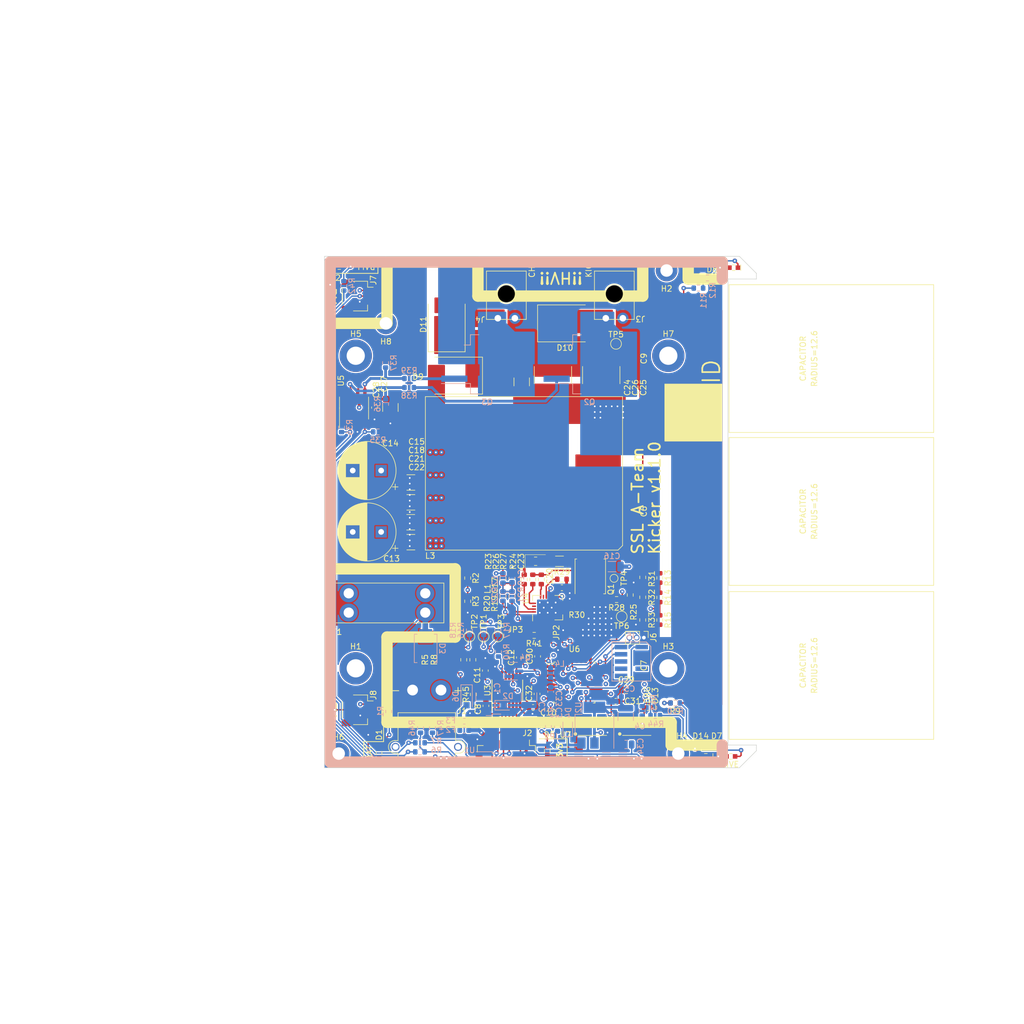
<source format=kicad_pcb>
(kicad_pcb (version 20221018) (generator pcbnew)
  (layers (0 "F.Cu" signal) (1 "In1.Cu" signal) (2 "In2.Cu" signal) (31 "B.Cu" signal) (34 "B.Paste" user) (35 "F.Paste" user) (36 "B.SilkS" user "B.Silkscreen") (37 "F.SilkS" user "F.Silkscreen") (38 "B.Mask" user) (39 "F.Mask" user) (44 "Edge.Cuts" user))
  (net 0 "")
  (net 1 "+12V")
  (net 2 "GND")
  (net 3 "+5V")
  (net 4 "+3V3")
  (net 5 "/flyback_charger/V_{solenoid}")
  (net 6 "VBUS")
  (net 7 "+BATT")
  (net 8 "/flyback_charger/V_{batt}_FILT")
  (net 9 "/flyback_charger/V_{cc}_FILT")
  (net 10 "/flyback_charger/V_{trans}")
  (net 11 "/solenoid_control/GATE_{kick}_FILT")
  (net 12 "/solenoid_control/GATE_{chip}_FILT")
  (net 13 "Net-(#FLG04-pwr)")
  (net 14 "Net-(D1-A)")
  (net 15 "Net-(D5-A)")
  (net 16 "Net-(D6-A2)")
  (net 17 "Net-(D7-A)")
  (net 18 "Net-(D8-A)")
  (net 19 "+V_{BATT(RAW)}")
  (net 20 "/12V0_UNPROT")
  (net 21 "/TX_FAULT_PROT")
  (net 22 "/RX_CHIP_PROT")
  (net 23 "/BOOT0_KICK_PROT")
  (net 24 "/RST_CHG_PROT")
  (net 25 "/digital/SWDIO")
  (net 26 "/digital/SWDCLK")
  (net 27 "Net-(D12-A)")
  (net 28 "Net-(D13-A)")
  (net 29 "Net-(D14-A)")
  (net 30 "/digital/NRST")
  (net 31 "/digital/BALL_TX")
  (net 32 "/digital/BALL_RX")
  (net 33 "/CMD_{CHG}")
  (net 34 "/CMD_{kick}")
  (net 35 "/CMD_{chip}")
  (net 36 "/STATUS_{~{FAULT}}")
  (net 37 "/flyback_charger/FB")
  (net 40 "/flyback_charger/V_{trans}_SOURCE")
  (net 41 "/flyback_charger/HVGATE")
  (net 42 "/RST")
  (net 43 "/V_{batt}_MON")
  (net 44 "/HV_MON")
  (net 45 "/STATUS_{~{DONE}}")
  (net 46 "/flyback_charger/UVLO1")
  (net 47 "/flyback_charger/OVLO1")
  (net 48 "/flyback_charger/UVLO2")
  (net 49 "/flyback_charger/OVLO2")
  (net 50 "/flyback_charger/RV_{trans}")
  (net 51 "/flyback_charger/RBG")
  (net 52 "/flyback_charger/RDCM")
  (net 53 "/flyback_charger/RV_{out}")
  (net 54 "/flyback_charger/CSN")
  (net 55 "/flyback_charger/CSP")
  (net 56 "/solenoid_control/GATE_{kick}")
  (net 57 "/solenoid_control/GATE_{chip}")
  (net 58 "/digital/LED_BLUE")
  (net 59 "/digital/LED_GREEN")
  (net 60 "/digital/LED_RED")
  (net 61 "/TX")
  (net 62 "/RX")
  (net 63 "/BOOT0")
  (net 67 "Net-(J6-Pin_2)")
  (net 68 "Net-(J6-Pin_3)")
  (net 69 "Net-(Q1-G)")
  (net 71 "/digital/DOTSTAR_SCK")
  (net 73 "/digital/DOTSTAR_MOSI")
  (net 79 "/flyback_charger/HV_AC")
  (net 80 "/solenoid_control/KICK_SW")
  (net 81 "/solenoid_control/CHIP_SW")
  (net 82 "/DL1S")
  (net 83 "/DL2S")
  (net 84 "/HVMS")
  (net 85 "/flyback_charger/HVFBS")
  (net 86 "Net-(C23-Pad1)")
  (net 87 "/digital/VDDA")
  (net 89 "Net-(U7-CKO)")
  (net 90 "Net-(U7-SDO)")
  (footprint "MountingHole:MountingHole_2.2mm_M2_ISO14580_Pad" (layer "F.Cu") (at 239.25 192.5)
    (fp_text reference "H4")
    (fp_text value "M2")
  )
  (footprint "Connector_JST:JST_SH_BM08B-SRSS-TB_1x08-1MP_P1.00mm_Vertical" (layer "F.Cu") (at 209 192.2 180)
    (fp_text reference "J2")
    (fp_text value "1054052108")
  )
  (footprint "Resistor_SMD:R_0603_1608Metric" (layer "F.Cu") (at 233 165 90)
    (fp_text reference "R32")
    (fp_text value "237k 1%")
  )
  (footprint "AT-Capacitors:ESMQ201VSN102MQ35S" (layer "F.Cu") (at 248.195 177 90)
    (fp_text reference "C7")
    (fp_text value "1000uF 200V")
  )
  (footprint "Diode_SMD:D_SMC" (layer "F.Cu") (at 200 126 180)
    (fp_text reference "D9")
    (fp_text value "MURS460")
  )
  (footprint "Resistor_SMD:R_0603_1608Metric" (layer "F.Cu") (at 208.4 161.725 -90)
    (fp_text reference "L1")
    (fp_text value "650 @100MHz")
  )
  (footprint "MountingHole:MountingHole_3.2mm_M3_ISO7380_Pad" (layer "F.Cu") (at 182.5 122.5)
    (fp_text reference "H5")
    (fp_text value "M3")
  )
  (footprint "Capacitor_SMD:C_0603_1608Metric" (layer "F.Cu") (at 218.775 163.325)
    (fp_text reference "C20")
    (fp_text value "0.1u")
  )
  (footprint "Capacitor_SMD:C_0603_1608Metric" (layer "F.Cu") (at 205.3 177.9 90)
    (fp_text reference "C11")
    (fp_text value "0.1u")
  )
  (footprint "AT-BoardFeatures:SolderJumper-2_2.0x1.2mm_Open" (layer "F.Cu") (at 210.6 172.2)
    (fp_text reference "JP3")
    (fp_text value "Disable Micro")
  )
  (footprint "Capacitor_SMD:C_0603_1608Metric" (layer "F.Cu") (at 228.230114 183.3)
    (fp_text reference "C31")
    (fp_text value "0.1u")
  )
  (footprint "Capacitor_SMD:C_0603_1608Metric" (layer "F.Cu") (at 214.4 182 -90)
    (fp_text reference "C32")
    (fp_text value "10n 10V")
  )
  (footprint "Resistor_SMD:R_0603_1608Metric" (layer "F.Cu") (at 236 161.6 -90)
    (fp_text reference "R13")
    (fp_text value "1M47")
  )
  (footprint "AT-LED:SK9822" (layer "F.Cu") (at 224.15 191.8 180)
    (fp_text reference "U7")
    (fp_text value "SK9822")
  )
  (footprint "Resistor_SMD:R_0603_1608Metric" (layer "F.Cu") (at 202.2 161.625 -90)
    (fp_text reference "R2")
    (fp_text value "267k")
  )
  (footprint "Connector_JST:JST_SH_SM03B-SRSS-TB_1x03-1MP_P1.00mm_Horizontal" (layer "F.Cu") (at 182.8 112 -90)
    (fp_text reference "J7")
    (fp_text value "Conn_01x03")
  )
  (footprint "Capacitor_THT:CP_Radial_D10.0mm_P5.00mm" (layer "F.Cu") (at 186.967677 142.7 180)
    (fp_text reference "C14")
    (fp_text value "220u 50V")
  )
  (footprint "Resistor_SMD:R_0603_1608Metric" (layer "F.Cu") (at 212.15 161.8625 90)
    (fp_text reference "R23")
    (fp_text value "36k5 1%")
  )
  (footprint "Resistor_SMD:R_0603_1608Metric" (layer "F.Cu") (at 228.4 165.4 180)
    (fp_text reference "R28")
    (fp_text value "10 1%")
  )
  (footprint "AT-LED:LED0603" (layer "F.Cu") (at 248.5 193)
    (fp_text reference "D7")
    (fp_text value "RED")
  )
  (footprint "Resistor_SMD:R_0603_1608Metric" (layer "F.Cu") (at 215.15 161.8625 90)
    (fp_text reference "R27")
    (fp_text value "80k6 1%")
  )
  (footprint "Connector_PinHeader_1.27mm:PinHeader_1x03_P1.27mm_Vertical" (layer "F.Cu") (at 233.2 172.1 -90)
    (fp_text reference "J6")
    (fp_text value "Conn_01x03_Female")
  )
  (footprint "Package_TO_SOT_SMD:TDSON-8-1" (layer "F.Cu") (at 223.775 161.325 90)
    (fp_text reference "Q1")
    (fp_text value "BSC0402NSATMA1")
  )
  (footprint "AT-LED:SK9822" (layer "F.Cu") (at 231.95 191.8 180)
    (fp_text reference "U8")
    (fp_text value "SK9822")
  )
  (footprint "Resistor_SMD:R_0603_1608Metric" (layer "F.Cu") (at 202.2 165.7 -90)
    (fp_text reference "R3")
    (fp_text value "18k7")
  )
  (footprint "Capacitor_SMD:C_0603_1608Metric" (layer "F.Cu") (at 211.3 175.6 90)
    (fp_text reference "C12")
    (fp_text value "0.1u")
  )
  (footprint "TestPoint:TestPoint_Pad_D1.5mm" (layer "F.Cu") (at 228.3 120.4)
    (fp_text reference "TP5")
    (fp_text value "SPICE: V_{out} <<<HIGH VOLTAGE>>>")
  )
  (footprint "MountingHole:MountingHole_2.2mm_M2_ISO14580_Pad" (layer "F.Cu") (at 187.8 116.8)
    (fp_text reference "H8")
    (fp_text value "M2")
  )
  (footprint "AT-LED:LED0603" (layer "F.Cu") (at 244.1 193 180)
    (fp_text reference "D14")
    (fp_text value "Yellow")
  )
  (footprint "AT-LED:LED0603" (layer "F.Cu") (at 186.6 192.4 90)
    (fp_text reference "D1")
    (fp_text value "Green")
  )
  (footprint "MountingHole:MountingHole_3.2mm_M3_ISO7380_Pad" (layer "F.Cu") (at 237.5 177.5)
    (fp_text reference "H3")
    (fp_text value "M3")
  )
  (footprint "Resistor_SMD:R_0603_1608Metric" (layer "F.Cu") (at 203.1 176 90)
    (fp_text reference "R8")
    (fp_text value "DNP")
  )
  (footprint "Resistor_SMD:R_0603_1608Metric" (layer "F.Cu") (at 238.7 183.6 180)
    (fp_text reference "R9")
    (fp_text value "1M47")
  )
  (footprint "Resistor_SMD:R_0603_1608Metric" (layer "F.Cu") (at 236 165.025 -90)
    (fp_text reference "R14")
    (fp_text value "1M47")
  )
  (footprint "MountingHole:MountingHole_3.2mm_M3_ISO7380_Pad" (layer "F.Cu") (at 182.5 177.5)
    (fp_text reference "H1")
    (fp_text value "M3")
  )
  (footprint "MountingHole:MountingHole_2.2mm_M2_ISO14580_Pad" (layer "F.Cu") (at 237.2 107.5)
    (fp_text reference "H2")
    (fp_text value "M2")
  )
  (footprint "AT-Connectors:2157601002" (layer "F.Cu") (at 228 111.6 180)
    (fp_text reference "J3")
    (fp_text value "2157601002")
  )
  (footprint "Capacitor_SMD:C_1210_3225Metric" (layer "F.Cu") (at 192.2 144.8 180)
    (fp_text reference "C15")
    (fp_text value "10u 50V")
  )
  (footprint "AT-BoardFeatures:SolderJumper-2_2.0x1.2mm_Closed" (layer "F.Cu") (at 219.7 170.8)
    (fp_text reference "JP2")
    (fp_text value "CCM_EN")
  )
  (footprint "Capacitor_SMD:C_0603_1608Metric" (layer "F.Cu") (at 210 161.725 90)
    (fp_text reference "C17")
    (fp_text value "0.1u")
  )
  (footprint "AT-Fuses:3557-2" (layer "F.Cu") (at 188 166)
    (fp_text reference "F1")
    (fp_text value "40A")
  )
  (footprint "Connector_JST:JST_SH_SM03B-SRSS-TB_1x03-1MP_P1.00mm_Horizontal" (layer "F.Cu") (at 182.8 184.8 -90)
    (fp_text reference "J8")
    (fp_text value "Conn_01x03")
  )
  (footprint "TestPoint:TestPoint_Pad_D1.0mm" (layer "F.Cu") (at 227.95 161.6625 -90)
    (fp_text reference "TP4")
    (fp_text value "SPICE: V_{drain} <<<HIGH VOLTAGE>>>")
  )
  (footprint "Resistor_SMD:R_0805_2012Metric" (layer "F.Cu") (at 214.15 158.6625)
    (fp_text reference "R24")
    (fp_text value "1 1%")
  )
  (footprint "Capacitor_SMD:C_1210_3225Metric" (layer "F.Cu") (at 188.6 131.6 -90)
    (fp_text reference "C27")
    (fp_text value "10u 50v")
  )
  (footprint "Capacitor_SMD:C_0603_1608Metric" (layer "F.Cu") (at 213.7 184.4)
    (fp_text reference "C10")
    (fp_text value "0.1u")
  )
  (footprint "AT-Resistors:1206-CS" (layer "F.Cu") (at 222.625 166.325)
    (fp_text reference "R30")
    (fp_text value "3m00 1% 1W")
  )
  (footprint "Capacitor_SMD:C_0603_1608Metric" (layer "F.Cu") (at 185.8 131.625 -90)
    (fp_text reference "C28")
    (fp_text value "0.1u")
  )
  (footprint "Capacitor_THT:CP_Radial_D10.0mm_P5.00mm" (layer "F.Cu") (at 186.967677 153.5 180)
    (fp_text reference "C13")
    (fp_text value "220u 50V")
  )
  (footprint "TestPoint:TestPoint_Pad_D1.5mm" (layer "F.Cu") (at 202.5 171.9)
    (fp_text reference "TP2")
    (fp_text value "CHG_EN")
  )
  (footprint "Capacitor_SMD:C_1210_3225Metric" (layer "F.Cu") (at 192.2 148.3 180)
    (fp_text reference "C18")
    (fp_text value "10u 50V")
  )
  (footprint "Resistor_SMD:R_0603_1608Metric" (layer "F.Cu") (at 203.2 182.1 90)
    (fp_text reference "R45")
    (fp_text value "0")
  )
  (footprint "Capacitor_SMD:C_2225_5664Metric" (layer "F.Cu") (at 225.7 125.9 -90)
    (fp_text reference "C25")
    (fp_text value "0.47u 500V")
  )
  (footprint "Capacitor_SMD:C_2225_5664Metric" (layer "F.Cu") (at 217.2 125.9 -90)
    (fp_text reference "C26")
    (fp_text value "0.47u 500V")
  )
  (footprint "Capacitor_SMD:C_1210_3225Metric" (layer "F.Cu") (at 192.2 155.3 180)
    (fp_text reference "C22")
    (fp_text value "10u 50V")
  )
  (footprint "TestPoint:TestPoint_Pad_D1.5mm" (layer "F.Cu") (at 229.3 168.4 180)
    (fp_text reference "TP6")
    (fp_text value "FB")
  )
  (footprint "AT-Capacitors:ESMQ201VSN102MQ35S" (layer "F.Cu") (at 248.195 149.9 90)
    (fp_text reference "C6")
    (fp_text value "1000uF 200V")
  )
  (footprint "MountingHole:MountingHole_2.2mm_M2_ISO14580_Pad" (layer "F.Cu") (at 179.5 192.5)
    (fp_text reference "H6")
    (fp_text value "M2")
  )
  (footprint "AT-LED:LED0603" (layer "F.Cu") (at 216.2 192 90)
    (fp_text reference "D5")
    (fp_text value "Green")
  )
  (footprint "AT-LED:LED0603" (layer "F.Cu") (at 234 184.4 180)
    (fp_text reference "D13")
    (fp_text value "Green")
  )
  (footprint "Capacitor_SMD:C_0603_1608Metric" (layer "F.Cu") (at 214.5 175.4 90)
    (fp_text reference "C30")
    (fp_text value "0.1u")
  )
  (footprint "Capacitor_SMD:C_1210_3225Metric" (layer "F.Cu") (at 211.7 127.1 -90)
    (fp_text reference "C24")
    (fp_text value "0.1u 500V")
  )
  (footprint "AT-Inductors:GA34XX-BL" (layer "F.Cu") (at 212.1 143.2 90)
    (fp_text reference "L3")
    (fp_text value "GA3460-BL")
  )
  (footprint "Resistor_SMD:R_0603_1608Metric" (layer "F.Cu") (at 210 164.825 -90)
    (fp_text reference "R19")
    (fp_text value "316k 1%")
  )
  (footprint "Diode_SMD:D_SMC" (layer "F.Cu") (at 219.3 116.8)
    (fp_text reference "D10")
    (fp_text value "MURS460")
  )
  (footprint "TestPoint:TestPoint_Pad_D1.5mm" (layer "F.Cu") (at 207.5 171.9)
    (fp_text reference "TP3")
    (fp_text value "~{FAULT}")
  )
  (footprint "Package_SO:SOIC-8_3.9x4.9mm_P1.27mm" (layer "F.Cu") (at 182.2 131.7 90)
    (fp_text reference "U5")
    (fp_text value "IX4427")
  )
  (footprint "Package_QFP:LQFP-32_7x7mm_P0.8mm" (layer "F.Cu") (at 220.98 180)
    (fp_text reference "U6")
    (fp_text value "STM32F030K6Tx")
  )
  (footprint "Resistor_SMD:R_0603_1608Metric" (layer "F.Cu") (at 233 161.5 90)
    (fp_text reference "R31")
    (fp_text value "237k 1%")
  )
  (footprint "AT-LED:LED0603" (layer "F.Cu") (at 249 107 180)
    (fp_text reference "D8")
    (fp_text value "RED")
  )
  (footprint "AT-LED:LED0603" (layer "F.Cu") (at 179.6 106.8)
    (fp_text reference "D12")
    (fp_text value "Blue")
  )
  (footprint "Resistor_SMD:R_0603_1608Metric" (layer "F.Cu") (at 233 169 90)
    (fp_text reference "R33")
    (fp_text value "2k94 1%")
  )
  (footprint "Capacitor_SMD:C_1210_3225Metric" (layer "F.Cu") (at 192.175 151.8 180)
    (fp_text reference "C21")
    (fp_text value "10u 50V")
  )
  (footprint "Resistor_SMD:R_0603_1608Metric" (layer "F.Cu") (at 213.65 161.8625 90)
    (fp_text reference "R26")
    (fp_text value "36k5 1%")
  )
  (footprint "MountingHole:MountingHole_3.2mm_M3_ISO7380_Pad" (layer "F.Cu") (at 237.5 122.5)
    (fp_text reference "H7")
    (fp_text value "M3")
  )
  (footprint "Capacitor_SMD:C_1206_3216Metric" (layer "F.Cu") (at 218.35 158.6625)
    (fp_text reference "C23")
    (fp_text value "0.1u 200V")
  )
  (footprint "Capacitor_SMD:C_0603_1608Metric" (layer "F.Cu") (at 205.4 184.1 90)
    (fp_text reference "C8")
    (fp_text value "0.1u")
  )
  (footprint "Resistor_SMD:R_0603_1608Metric" (layer "F.Cu") (at 201.5 176 90)
    (fp_text reference "R5")
    (fp_text value "DNP")
  )
  (footprint "Capacitor_SMD:C_0805_2012Metric" (layer "F.Cu") (at 230.1 181.2)
    (fp_text reference "C29")
    (fp_text value "4u7 25V")
  )
  (footprint "Resistor_SMD:R_0603_1608Metric" (layer "F.Cu") (at 218.775 161.825)
    (fp_text reference "R29")
    (fp_text value "4k21")
  )
  (footprint "AT-Capacitors:ESMQ201VSN102MQ35S" (layer "F.Cu") (at 248.195 123 90)
    (fp_text reference "C9")
    (fp_text value "1000uF 200V")
  )
  (footprint "Resistor_SMD:R_0603_1608Metric" (layer "F.Cu") (at 213.9 171.7 180)
    (fp_text reference "R41")
    (fp_text value "100k")
  )
  (footprint "Package_SO:QSOP-16_3.9x4.9mm_P0.635mm" (layer "F.Cu") (at 209.2 181.4 90)
    (fp_text reference "U3")
    (fp_text value "ADUM7441")
  )
  (footprint "Diode_SMD:D_SMC" (layer "F.Cu") (at 198.5 117 90)
    (fp_text reference "D11")
    (fp_text value "MURS460")
  )
  (footprint "TestPoint:TestPoint_Pad_D1.5mm" (layer "F.Cu") (at 205 171.9)
    (fp_text reference "TP1")
    (fp_text value "~{DONE}")
  )
  (footprint "Resistor_SMD:R_0603_1608Metric" (layer "F.Cu") (at 236 169 -90)
    (fp_text reference "R15")
    (fp_text value "15k")
  )
  (footprint "AT-Connectors:2157601002" (layer "F.Cu") (at 209 111.6 180)
    (fp_text reference "J4")
    (fp_text value "2157601002")
  )
  (footprint "Resistor_SMD:R_0603_1608Metric" (layer "F.Cu") (at 208.4 164.825 -90)
    (fp_text reference "R20")
    (fp_text value "523k 1%")
  )
  (footprint "AT-IC:LT3751-QFN20_EP_4x5mm_P0.5mm" (layer "F.Cu") (at 216.275 166.825 90)
    (fp_text reference "U4")
    (fp_text value "LT3751-QFN")
  )
  (footprint "Resistor_SMD:R_0603_1608Metric" (layer "F.Cu") (at 230.8 164.6 -90)
    (fp_text reference "R25")
    (fp_text value "100k 1%")
  )
  (footprint "Connector_AMASS:AMASS_XT30PW-M_1x02_P2.50mm_Horizontal" (layer "F.Cu") (at 192.5 181.325 180)
    (fp_text reference "J1")
    (fp_text value "XT30PW-M")
  )
  (footprint "Resistor_SMD:R_0603_1608Metric" (layer "B.Cu") (at 191.9 126.5)
    (fp_text reference "R39")
    (fp_text value "10")
  )
  (footprint "AT-Discrete:D_SMB_Non-Polar" (layer "B.Cu") (at 194.8 174 90)
    (fp_text reference "D3")
    (fp_text value "824521261")
  )
  (footprint "Fuse:Fuse_0603_1608Metric" (layer "B.Cu") (at 201.6 186.8)
    (fp_text reference "F3")
    (fp_text value "1.5A Fast Blow")
  )
  (footprint "Resistor_SMD:R_0603_1608Metric" (layer "B.Cu") (at 208.4 164.8 -90)
    (fp_text reference "R22")
    (fp_text value "226k 1%")
  )
  (footprint "Resistor_SMD:R_0603_1608Metric" (layer "B.Cu") (at 235.2 185.8)
    (fp_text reference "R44")
    (fp_text value "10k")
  )
  (footprint "Package_TO_SOT_SMD:TO-263-2" (layer "B.Cu") (at 205.625 124)
    (fp_text reference "Q3")
    (fp_text value "IXGA48N60A3")
  )
  (footprint "Resistor_SMD:R_0603_1608Metric" (layer "B.Cu") (at 242.8 110.6)
    (fp_text reference "R11")
    (fp_text value "1M47")
  )
  (footprint "Capacitor_SMD:C_0603_1608Metric" (layer "B.Cu") (at 230 182.5)
    (fp_text reference "C5")
    (fp_text value "1u 10V")
  )
  (footprint "Package_TO_SOT_SMD:SOT-223-3_TabPin2" (layer "B.Cu") (at 224.5 187.5 90)
    (fp_text reference "U2")
    (fp_text value "LM1117-3.3")
  )
  (footprint "Resistor_SMD:R_0603_1608Metric" (layer "B.Cu") (at 191.9 128.1)
    (fp_text reference "R38")
    (fp_text value "10")
  )
  (footprint "Diode_SMD:D_SOD-323" (layer "B.Cu") (at 208.5 184)
    (fp_text reference "D2")
    (fp_text value "CUS10S30,H3F")
  )
  (footprint "Resistor_SMD:R_0603_1608Metric" (layer "B.Cu") (at 216.8 178.3 -90)
    (fp_text reference "L4")
    (fp_text value "650 @100MHz")
  )
  (footprint "Capacitor_SMD:C_0603_1608Metric" (layer "B.Cu") (at 210 161.6 90)
    (fp_text reference "C19")
    (fp_text value "0.1u")
  )
  (footprint "Resistor_SMD:R_0603_1608Metric" (layer "B.Cu") (at 193.9 188 90)
    (fp_text reference "R46")
    (fp_text value "100k")
  )
  (footprint "Package_TO_SOT_SMD:TO-252-2" (layer "B.Cu") (at 209 189)
    (fp_text reference "U1")
    (fp_text value "LM1117-5.0")
  )
  (footprint "Resistor_SMD:R_0603_1608Metric" (layer "B.Cu") (at 205 170.8 -90)
    (fp_text reference "R16")
    (fp_text value "100k")
  )
  (footprint "Resistor_SMD:R_0603_1608Metric" (layer "B.Cu") (at 180.4 110.2 90)
    (fp_text reference "R42")
    (fp_text value "10k")
  )
  (footprint "Resistor_SMD:R_0603_1608Metric" (layer "B.Cu") (at 208.4 161.6 -90)
    (fp_text reference "L2")
    (fp_text value "650 @100MHz")
  )
  (footprint "Resistor_SMD:R_0603_1608Metric" (layer "B.Cu") (at 216.4 187.8 -90)
    (fp_text reference "R4")
    (fp_text value "10k")
  )
  (footprint "Resistor_SMD:R_0603_1608Metric" (layer "B.Cu") (at 186.4 135.9)
    (fp_text reference "R35")
    (fp_text value "100k")
  )
  (footprint "Capacitor_SMD:C_0603_1608Metric" (layer "B.Cu") (at 216.8 181.6 -90)
    (fp_text reference "C33")
    (fp_text value "1u 10V")
  )
  (footprint "Resistor_SMD:R_0603_1608Metric" (layer "B.Cu") (at 210 164.8 -90)
    (fp_text reference "R21")
    (fp_text value "205k 1%")
  )
  (footprint "Resistor_SMD:R_0603_1608Metric" (layer "B.Cu") (at 238.725 183.6)
    (fp_text reference "R10")
    (fp_text value "1M47")
  )
  (footprint "Resistor_SMD:R_0603_1608Metric" (layer "B.Cu") (at 244.4 108.8)
    (fp_text reference "R12")
    (fp_text value "1M47")
  )
  (footprint "Resistor_SMD:R_0603_1608Metric" (layer "B.Cu") (at 188.3 185.1 -90)
    (fp_text reference "R1")
    (fp_text value "22k")
  )
  (footprint "AT-Connectors:Samtec-2x5pin-0.5mm" (layer "B.Cu") (at 231 176.3 -90)
    (fp_text reference "J5")
    (fp_text value "Conn_ARM_JTAG_SWD_10")
  )
  (footprint "Diode_SMD:D_SOD-323" (layer "B.Cu") (at 219.8 188 90)
    (fp_text reference "D4")
    (fp_text value "CUS10S30,H3F")
  )
  (footprint "Capacitor_SMD:C_1210_3225Metric" (layer "B.Cu") (at 230 186 -90)
    (fp_text reference "C4")
    (fp_text value "47u 10V")
  )
  (footprint "Capacitor_SMD:C_1206_3216Metric" (layer "B.Cu") (at 227.6 159.6 180)
    (fp_text reference "C16")
    (fp_text value "10u 35V")
  )
  (footprint "Resistor_SMD:R_0603_1608Metric" (layer "B.Cu") (at 187.75 123.75 90)
    (fp_text reference "R37")
    (fp_text value "100k")
  )
  (footprint "Fuse:Fuse_0603_1608Metric" (layer "B.Cu") (at 201.6 188.4 180)
    (fp_text reference "F2")
    (fp_text value "1.5A Fast Blow")
  )
  (footprint "Capacitor_SMD:C_1210_3225Metric" (layer "B.Cu") (at 213 182.5 90)
    (fp_text reference "C2")
    (fp_text value "47u 10V")
  )
  (footprint "Capacitor_SMD:C_0805_2012Metric" (layer "B.Cu") (at 230.1 190.9)
    (fp_text reference "C34")
    (fp_text value "4u7 25V")
  )
  (footprint "Package_TO_SOT_SMD:SOT-23" (layer "B.Cu") (at 210.3 178)
    (fp_text reference "Q4")
    (fp_text value "BSS138K")
  )
  (footprint "Resistor_SMD:R_0603_1608Metric" (layer "B.Cu") (at 187.75 131 -90)
    (fp_text reference "R36")
    (fp_text value "100k")
  )
  (footprint "Resistor_SMD:R_0603_1608Metric" (layer "B.Cu") (at 193.8 190.6 180)
    (fp_text reference "R7")
    (fp_text value "DNP")
  )
  (footprint "Resistor_SMD:R_0603_1608Metric" (layer "B.Cu") (at 207.6 174.6 90)
    (fp_text reference "R40")
    (fp_text value "100k")
  )
  (footprint "Resistor_SMD:R_0603_1608Metric" (layer "B.Cu") (at 196 188 90)
    (fp_text reference "R47")
    (fp_text value "100k")
  )
  (footprint "Resistor_SMD:R_0603_1608Metric" (layer "B.Cu") (at 180 135.1 90)
    (fp_text reference "R34")
    (fp_text value "100k")
  )
  (footprint "Capacitor_SMD:C_1210_3225Metric" (layer "B.Cu") (at 205 182.5 90)
    (fp_text reference "C1")
    (fp_text value "22u 25V")
  )
  (footprint "Resistor_SMD:R_0603_1608Metric" (layer "B.Cu") (at 193.8 192.2 180)
    (fp_text reference "R6")
    (fp_text value "DNP")
  )
  (footprint "Diode_SMD:D_SOD-123F" (layer "B.Cu") (at 202 182.6 -90)
    (fp_text reference "D6")
    (fp_text value "SMF12CA")
  )
  (footprint "Resistor_SMD:R_0603_1608Metric" (layer "B.Cu") (at 232.9 185 -90)
    (fp_text reference "R43")
    (fp_text value "10k")
  )
  (footprint "Package_TO_SOT_SMD:TO-263-2" (layer "B.Cu") (at 223.625 124)
    (fp_text reference "Q2")
    (fp_text value "IXGA48N60A3")
  )
  (footprint "Capacitor_SMD:C_0603_1608Metric" (layer "B.Cu") (at 218 187.8 90)
    (fp_text reference "C3")
    (fp_text value "1u 10V")
  )
  (footprint "Resistor_SMD:R_0603_1608Metric" (layer "B.Cu") (at 207.5 170.8 -90)
    (fp_text reference "R17")
    (fp_text value "100k")
  )
  (footprint "Resistor_SMD:R_0603_1608Metric" (layer "B.Cu") (at 202.5 170.8 90)
    (fp_text reference "R18")
    (fp_text value "100k")
  )
  (footprint "AT-BoardFeatures:SolderJumper-2_2.0x1.2mm_Closed" (layer "B.Cu") (at 217 191 180)
    (fp_text reference "JP1")
    (fp_text value "Power Iso.")
  )
  (gr_line (start 247 194) (end 247 191) (stroke (width 2)) (layer "B.SilkS"))
  (gr_line (start 178 106) (end 178 194) (stroke (width 2)) (layer "B.SilkS"))
  (gr_line (start 247 106) (end 178 106) (stroke (width 2)) (layer "B.SilkS"))
  (gr_line (start 178 194) (end 247 194) (stroke (width 2)) (layer "B.SilkS"))
  (gr_line (start 247 109) (end 247 106) (stroke (width 2)) (layer "B.SilkS"))
  (gr_line (start 233 106) (end 233 112) (stroke (width 2)) (layer "F.SilkS"))
  (gr_line (start 188 187) (end 238 187) (stroke (width 2)) (layer "F.SilkS"))
  (gr_line (start 178 116.8) (end 178 160) (stroke (width 2)) (layer "F.SilkS"))
  (gr_line (start 247 109) (end 241 109) (stroke (width 2)) (layer "F.SilkS"))
  (gr_line (start 188 172) (end 188 187) (stroke (width 2)) (layer "F.SilkS"))
  (gr_line (start 238 191) (end 247 191) (stroke (width 2)) (layer "F.SilkS"))
  (gr_line (start 212.3 159.9) (end 212.3 157.5) (stroke (width 0.075)) (layer "F.SilkS"))
  (gr_line (start 241 106) (end 241 109) (stroke (width 2)) (layer "F.SilkS"))
  (gr_line (start 187.4 187.6) (end 187.4 190.4) (stroke (width 0.15)) (layer "F.SilkS"))
  (gr_line (start 238 187) (end 238 191) (stroke (width 2)) (layer "F.SilkS"))
  (gr_line (start 200 172) (end 188 172) (stroke (width 2)) (layer "F.SilkS"))
  (gr_line (start 217.2 162.7) (end 217.3 162.7) (stroke (width 0.075)) (layer "F.SilkS"))
  (gr_line (start 188 106) (end 188 116.8) (stroke (width 2)) (layer "F.SilkS"))
  (gr_line (start 183.9 194.2) (end 188.4 194.2) (stroke (width 0.15)) (layer "F.SilkS"))
  (gr_line (start 178 160) (end 200 160) (stroke (width 2)) (layer "F.SilkS"))
  (gr_line (start 183.9 190.4) (end 183.9 194.2) (stroke (width 0.15)) (layer "F.SilkS"))
  (gr_line (start 186.4 105.6) (end 177.6 105.6) (stroke (width 0.15)) (layer "F.SilkS"))
  (gr_line (start 241 106) (end 233 106) (stroke (width 2)) (layer "F.SilkS"))
  (gr_line (start 217.2 160) (end 217.2 162.7) (stroke (width 0.075)) (layer "F.SilkS"))
  (gr_line (start 233 112) (end 204 112) (stroke (width 2)) (layer "F.SilkS"))
  (gr_rect (start 236.9 127.5) (end 246.9 137.5) (stroke (width 0.15)) (fill solid) (layer "F.SilkS"))
  (gr_line (start 214.8 194.2) (end 219.7 194.2) (stroke (width 0.15)) (layer "F.SilkS"))
  (gr_line (start 188 116.8) (end 178 116.8) (stroke (width 2)) (layer "F.SilkS"))
  (gr_line (start 177.6 105.6) (end 177.6 108) (stroke (width 0.15)) (layer "F.SilkS"))
  (gr_line (start 186.4 108) (end 186.4 105.6) (stroke (width 0.15)) (layer "F.SilkS"))
  (gr_line (start 177.6 108) (end 186.4 108) (stroke (width 0.15)) (layer "F.SilkS"))
  (gr_line (start 188 106) (end 204 106) (stroke (width 2)) (layer "F.SilkS"))
  (gr_line (start 187.4 190.4) (end 183.9 190.4) (stroke (width 0.15)) (layer "F.SilkS"))
  (gr_line (start 200 160) (end 200 172) (stroke (width 2)) (layer "F.SilkS"))
  (gr_line (start 204 106) (end 204 112) (stroke (width 2)) (layer "F.SilkS"))
  (gr_line (start 219.7 194.2) (end 219.7 189.9) (stroke (width 0.15)) (layer "F.SilkS"))
  (gr_line (start 212.3 157.5) (end 215.9 157.5) (stroke (width 0.075)) (layer "F.SilkS"))
  (gr_line (start 219.7 189.9) (end 214.8 189.9) (stroke (width 0.15)) (layer "F.SilkS"))
  (gr_line (start 253 191) (end 253 192) (stroke (width 0.1)) (layer "Edge.Cuts"))
  (gr_line (start 177 195) (end 250 195) (stroke (width 0.1)) (layer "Edge.Cuts"))
  (gr_line (start 248 191) (end 253 191) (stroke (width 0.1)) (layer "Edge.Cuts"))
  (gr_line (start 248 109) (end 253 109) (stroke (width 0.1)) (layer "Edge.Cuts"))
  (gr_line (start 253 192) (end 250 195) (stroke (width 0.1)) (layer "Edge.Cuts"))
  (gr_line (start 177 105) (end 177 195) (stroke (width 0.1)) (layer "Edge.Cuts"))
  (gr_line (start 253 108) (end 250 105) (stroke (width 0.1)) (layer "Edge.Cuts"))
  (gr_line (start 250 105) (end 177 105) (stroke (width 0.1)) (layer "Edge.Cuts"))
  (gr_line (start 248 191) (end 248 109) (stroke (width 0.1)) (layer "Edge.Cuts"))
  (gr_line (start 253 109) (end 253 108) (stroke (width 0.1)) (layer "Edge.Cuts"))
  (gr_text "Kicker v1.1.0" (at 235.1 147.5 90) (layer "F.SilkS") (effects (font (size 2 2) (thickness 0.3))))
  (gr_text "SSL A-Team" (at 232.1 148 90) (layer "F.SilkS") (effects (font (size 2 2) (thickness 0.3))))
  (gr_text "RX" (at 178.2 112 270) (layer "F.SilkS") (effects (font (size 1.5 1.5) (thickness 0.3))))
  (gr_text "BAT" (at 184.9 192.4 90) (layer "F.SilkS") (effects (font (size 1 1))))
  (gr_text "CHIP" (at 213.5 107 90) (layer "F.SilkS") (effects (font (size 1 1))))
  (gr_text "LIVE" (at 248.4 194.4) (layer "F.SilkS") (effects (font (size 1 1))))
  (gr_text "TX" (at 178.2 184.82 270) (layer "F.SilkS") (effects (font (size 1.5 1.5) (thickness 0.3))))
  (gr_text "ID" (at 245.1 125.3 90) (layer "F.SilkS") (effects (font (size 3 3) (thickness 0.3))))
  (gr_text "!!HV!!" (at 218.6 108.8 180) (layer "F.SilkS") (effects (font (size 2 2) (thickness 0.3))))
  (gr_text "KICK" (at 223.5 107 90) (layer "F.SilkS") (effects (font (size 1 1))))
  (gr_text "BALL" (at 184.2 106.8 180) (layer "F.SilkS") (effects (font (size 1 1))))
  (gr_text "DBG" (at 233.8 182.2 90) (layer "F.SilkS") (effects (font (size 1 1))))
  (gr_text "LIVE" (at 246.3 105.7 180) (layer "F.SilkS") (effects (font (size 1 1))))
  (gr_text "ERR" (at 244.1 194.4) (layer "F.SilkS") (effects (font (size 1 1))))
  (gr_text "3v3" (at 218.4 192 90) (layer "F.SilkS") (effects (font (size 1 1) (thickness 0.2))))
  (segment (start 217.525 164.925) (end 218.675 164.925) (width 0.25) (layer "F.Cu") (net 1))
  (segment (start 182.835 129.225) (end 182.835 130.535) (width 0.5) (layer "F.Cu") (net 1))
  (segment (start 217.025 164.925) (end 217.025 164.3) (width 0.25) (layer "F.Cu") (net 1))
  (segment (start 183.15 130.85) (end 183.1 130.9) (width 0.5) (layer "F.Cu") (net 1))
  (segment (start 217.525 164.925) (end 217.525 163.8) (width 0.25) (layer "F.Cu") (net 1))
  (segment (start 217.025 164.3) (end 218 163.325) (width 0.25) (layer "F.Cu") (net 1))
  (segment (start 218.675 164.925) (end 218.775 164.825) (width 0.25) (layer "F.Cu") (net 1))
  (segment (start 188.6 130.125) (end 186.525 130.125) (width 0.5) (layer "F.Cu") (net 1))
  (segment (start 186.525 130.125) (end 185.8 130.85) (width 0.5) (layer "F.Cu") (net 1))
  (segment (start 182.835 130.535) (end 183.15 130.85) (width 0.5) (layer "F.Cu") (net 1))
  (segment (start 217.525 163.8) (end 218 163.325) (width 0.25) (layer "F.Cu") (net 1))
  (segment (start 183.15 130.85) (end 185.8 130.85) (width 0.5) (layer "F.Cu") (net 1))
  (segment (start 183.1 130.9) (end 183.1 131.6) (width 0.5) (layer "F.Cu") (net 1))
  (via (at 218.775 164.825) (size 0.8) (drill 0.3) (layers "F.Cu" "B.Cu") (net 1))
  (via (at 230.6 159.6) (size 0.8) (drill 0.3) (layers "F.Cu" "B.Cu") (net 1))
  (via (at 202.6 185.4) (size 0.8) (drill 0.3) (layers "F.Cu" "B.Cu") (net 1))
  (via (at 203.8 185.4) (size 0.8) (drill 0.3) (layers "F.Cu" "B.Cu") (net 1))
  (via (at 183.1 131.6) (size 0.8) (drill 0.3) (layers "F.Cu" "B.Cu") (net 1))
  (via (at 207.2 160.8) (size 0.8) (drill 0.3) (layers "F.Cu" "B.Cu") (net 1))
  (segment (start 207.45 184) (end 205.025 184) (width 0.5) (layer "B.Cu") (net 1))
  (segment (start 207.225 160.775) (end 207.2 160.8) (width 0.25) (layer "B.Cu") (net 1))
  (segment (start 202.4675 186.72) (end 202.3875 186.8) (width 0.75) (layer "B.Cu") (net 1))
  (segment (start 230.6 159.6) (end 229.075 159.6) (width 0.75) (layer "B.Cu") (net 1))
  (segment (start 205.025 184) (end 205 183.975) (width 0.5) (layer "B.Cu") (net 1))
  (segment (start 208.4 160.775) (end 207.225 160.775) (width 0.25) (layer "B.Cu") (net 1))
  (segment (start 218.18 174.38) (end 218.1 174.3) (width 0.25) (layer "F.Cu") (net 2))
  (segment (start 230.8 163.775) (end 230.8 163) (width 0.25) (layer "F.Cu") (net 2))
  (segment (start 223.78 182.72) (end 223.8 182.7) (width 0.25) (layer "F.Cu") (net 2))
  (segment (start 214.475 184.4) (end 214.475 184.775) (width 0.25) (layer "F.Cu") (net 2))
  (segment (start 211.3 174.825) (end 209.925 174.825) (width 0.25) (layer "F.Cu") (net 2))
  (segment (start 220.15 164.2625) (end 220.15 165.2625) (width 0.5) (layer "F.Cu") (net 2))
  (segment (start 216.2 192.75) (end 219.25 192.75) (width 0.25) (layer "F.Cu") (net 2))
  (segment (start 219.25 192.75) (end 219.9 193.4) (width 0.25) (layer "F.Cu") (net 2))
  (segment (start 218.675 167.575) (end 217.025 167.575) (width 0.25) (layer "F.Cu") (net 2))
  (segment (start 205.4 183.325) (end 205.4 182.7) (width 0.25) (layer "F.Cu") (net 2))
  (segment (start 231.05 181.2) (end 231.2 181.2) (width 0.25) (layer "F.Cu") (net 2))
  (segment (start 244.85 193) (end 246.3 193) (width 0.25) (layer "F.Cu") (net 2))
  (segment (start 221.7 193.4) (end 223.45 193.4) (width 0.25) (layer "F.Cu") (net 2))
  (segment (start 207.6125 184.0543) (end 207.6125 181.987799) (width 0.25) (layer "F.Cu") (net 2))
  (segment (start 207.6125 178.7457) (end 207.6125 177.8125) (width 0.25) (layer "F.Cu") (net 2))
  (segment (start 234.75 184.4) (end 234.025489 183.675489) (width 0.25) (layer "F.Cu") (net 2))
  (segment (start 211.4225 178.7457) (end 212.5457 178.7457) (width 0.25) (layer "F.Cu") (net 2))
  (segment (start 214.475 184.775) (end 215.6 185.9) (width 0.25) (layer "F.Cu") (net 2))
  (segment (start 233 169.825) (end 231.825 169.825) (width 0.25) (layer "F.Cu") (net 2))
  (segment (start 219.55 163.6625) (end 220.15 164.2625) (width 0.5) (layer "F.Cu") (net 2))
  (segment (start 207.6125 181.987799) (end 207.499201 181.8745) (width 0.25) (layer "F.Cu") (net 2))
  (segment (start 186.6 193.15) (end 185.95 193.15) (width 0.25) (layer "F.Cu") (net 2))
  (segment (start 249.75 106.35) (end 249.2 105.8) (width 0.25) (layer "F.Cu") (net 2))
  (segment (start 249.75 107) (end 249.75 106.35) (width 0.25) (layer "F.Cu") (net 2))
  (segment (start 231.7 183.3) (end 232.5 182.5) (width 0.25) (layer "F.Cu") (net 2))
  (segment (start 232.5 182.524614) (end 232.5 182.5) (width 0.25) (layer "F.Cu") (net 2))
  (segment (start 207.6125 177.8125) (end 207 177.2) (width 0.25) (layer "F.Cu") (net 2))
  (segment (start 236 169.825) (end 233 169.825) (width 0.25) (layer "F.Cu") (net 2))
  (segment (start 214.4 182.775) (end 214.4 184.325) (width 0.25) (layer "F.Cu") (net 2))
  (segment (start 219.862989 165.549511) (end 220.15 165.2625) (width 0.25) (layer "F.Cu") (net 2))
  (segment (start 188.6 133.075) (end 188.6 134.4) (width 0.5) (layer "F.Cu") (net 2))
  (segment (start 217.675 165.925) (end 218.050489 165.549511) (width 0.25) (layer "F.Cu") (net 2))
  (segment (start 202.2 166.525) (end 202.2 167.7) (width 0.25) (layer "F.Cu") (net 2))
  (segment (start 211.4225 184.0543) (end 211.4225 184.6493) (width 0.25) (layer "F.Cu") (net 2))
  (segment (start 219.6 161.825) (end 219.6 163.275) (width 0.5) (layer "F.Cu") (net 2))
  (segment (start 184.8 185.8) (end 183.3 185.8) (width 0.25) (layer "F.Cu") (net 2))
  (segment (start 178 107.2) (end 178 110) (width 0.25) (layer "F.Cu") (net 2))
  (segment (start 212.273698 185.500498) (end 213.6 185.500498) (width 0.25) (layer "F.Cu") (net 2))
  (segment (start 185.2 192.4) (end 184.7 191.9) (width 0.25) (layer "F.Cu") (net 2))
  (segment (start 233.650875 183.675489) (end 232.5 182.524614) (width 0.25) (layer "F.Cu") (net 2))
  (segment (start 184.8 113) (end 183.2 113) (width 0.25) (layer "F.Cu") (net 2))
  (segment (start 223.78 184.175) (end 223.78 182.72) (width 0.25) (layer "F.Cu") (net 2))
  (segment (start 206.2255 181.8745) (end 207.499201 181.8745) (width 0.25) (layer "F.Cu") (net 2))
  (segment (start 212.5 192.1) (end 212.2 192.4) (width 0.5) (layer "F.Cu") (net 2))
  (segment (start 212.2 192.4) (end 212.2 192.499502) (width 0.5) (layer "F.Cu") (net 2))
  (segment (start 234.025489 183.675489) (end 233.650875 183.675489) (width 0.25) (layer "F.Cu") (net 2))
  (segment (start 231.825 169.825) (end 231.8 169.8) (width 0.25) (layer "F.Cu") (net 2))
  (segment (start 182.835 135.865) (end 182.8 135.9) (width 0.5) (layer "F.Cu") (net 2))
  (segment (start 247.75 193) (end 246.3 193) (width 0.25) (layer "F.Cu") (net 2))
  (segment (start 214.4 184.325) (end 214.475 184.4) (width 0.25) (layer "F.Cu") (net 2))
  (segment (start 230.8 163) (end 231.4 162.4) (width 0.25) (layer "F.Cu") (net 2))
  (segment (start 219.6 163.275) (end 219.55 163.325) (width 0.5) (layer "F.Cu") (net 2))
  (segment (start 229.005114 183.3) (end 231.7 183.3) (width 0.25) (layer "F.Cu") (net 2))
  (segment (start 214.5 174.625) (end 214.5 173.3) (width 0.25) (layer "F.Cu") (net 2))
  (segment (start 209.925 174.825) (end 209.9 174.8) (width 0.25) (layer "F.Cu") (net 2))
  (segment (start 219.9 193.4) (end 221.7 193.4) (width 0.25) (layer "F.Cu") (net 2))
  (segment (start 205.3 177.125) (end 205.3 175.7) (width 0.25) (layer "F.Cu") (net 2))
  (segment (start 218.050489 165.549511) (end 219.862989 165.549511) (width 0.25) (layer "F.Cu") (net 2))
  (segment (start 185.8 132.4) (end 185.8 133.7) (width 0.5) (layer "F.Cu") (net 2))
  (segment (start 219.05 170.8) (end 219 170.8) (width 0.25) (layer "F.Cu") (net 2))
  (segment (start 185.95 193.15) (end 185.2 192.4) (width 0.25) (layer "F.Cu") (net 2))
  (segment (start 229.5 193.4) (end 231.45 193.4) (width 0.25) (layer "F.Cu") (net 2))
  (segment (start 217.025 167.575) (end 216.275 166.825) (width 0.25) (layer "F.Cu") (net 2))
  (segment (start 184.7 191.9) (end 184.7 189.2) (width 0.25) (layer "F.Cu") (net 2))
  (segment (start 178.85 106.8) (end 178.4 106.8) (width 0.25) (layer "F.Cu") (net 2))
  (segment (start 209.95 172.2) (end 209.95 174.75) (width 0.25) (layer "F.Cu") (net 2))
  (segment (start 231.2 181.2) (end 232.5 182.5) (width 0.25) (layer "F.Cu") (net 2))
  (segment (start 210 160.95) (end 210 159.7) (width 0.25) (layer "F.Cu") (net 2))
  (segment (start 212.5 190.875) (end 212.5 192.1) (width 0.5) (layer "F.Cu") (net 2))
  (segment (start 178.4 106.8) (end 178 107.2) (width 0.25) (layer "F.Cu") (net 2))
  (segment (start 209.95 174.75) (end 209.9 174.8) (width 0.25) (layer "F.Cu") (net 2))
  (segment (start 219.55 163.325) (end 219.55 163.6625) (width 0.5) (layer "F.Cu") (net 2))
  (segment (start 211.4225 184.6493) (end 212.273698 185.500498) (width 0.25) (layer "F.Cu") (net 2))
  (segment (start 218.18 175.825) (end 218.18 174.38) (width 0.25) (layer "F.Cu") (net 2))
  (segment (start 212.5457 178.7457) (end 212.7 178.9) (width 0.25) (layer "F.Cu") (net 2))
  (segment (start 205.4 182.7) (end 206.2255 181.8745) (width 0.25) (layer "F.Cu") (net 2))
  (segment (start 182.835 134.175) (end 182.835 135.865) (width 0.5) (layer "F.Cu") (net 2))
  (via (at 202.2 167.7) (size 0.8) (drill 0.3) (layers "F.Cu" "B.Cu") (net 2))
  (via (at 226.475 168.725) (size 0.8) (drill 0.3) (layers "F.Cu" "B.Cu") (net 2))
  (via (at 231.4 162.4) (size 0.8) (drill 0.3) (layers "F.Cu" "B.Cu") (net 2))
  (via (at 192 146) (size 0.8) (drill 0.3) (layers "F.Cu" "B.Cu") (net 2))
  (via (at 223.45 193.4) (size 0.8) (drill 0.3) (layers "F.Cu" "B.Cu") (net 2))
  (via (at 224.475 166.725) (size 0.8) (drill 0.3) (layers "F.Cu" "B.Cu") (net 2))
  (via (at 223.8 182.7) (size 0.8) (drill 0.3) (layers "F.Cu" "B.Cu") (net 2))
  (via (at 231.45 193.4) (size 0.8) (drill 0.3) (layers "F.Cu" "B.Cu") (net 2))
  (via (at 224.475 168.725) (size 0.8) (drill 0.3) (layers "F.Cu" "B.Cu") (net 2))
  (via (at 224.55 132.4) (size 0.8) (drill 0.3) (layers "F.Cu" "B.Cu") (net 2))
  (via (at 226.475 166.725) (size 0.8) (drill 0.3) (layers "F.Cu" "B.Cu") (net 2))
  (via (at 218.1 174.3) (size 0.8) (drill 0.3) (layers "F.Cu" "B.Cu") (net 2))
  (via (at 225.475 171.725) (size 0.8) (drill 0.3) (layers "F.Cu" "B.Cu") (net 2))
  (via (at 207.499201 181.8745) (size 0.8) (drill 0.3) (layers "F.Cu" "B.Cu") (net 2))
  (via (at 183.3 185.8) (size 0.8) (drill 0.3) (layers "F.Cu" "B.Cu") (net 2))
  (via (at 226.8 188.8) (size 0.8) (drill 0.3) (layers "F.Cu" "B.Cu") (net 2))
  (via (at 226.475 169.725) (size 0.8) (drill 0.3) (layers "F.Cu" "B.Cu") (net 2))
  (via (at 225.55 132.4) (size 0.8) (drill 0.3) (layers "F.Cu" "B.Cu") (net 2))
  (via (at 219 170.8) (size 0.8) (drill 0.3) (layers "F.Cu" "B.Cu") (net 2))
  (via (at 216.275 167.725) (size 0.8) (drill 0.3) (layers "F.Cu" "B.Cu") (net 2))
  (via (at 217.675 165.925) (size 0.8) (drill 0.3) (layers "F.Cu" "B.Cu") (net 2))
  (via (at 185.8 133.7) (size 0.8) (drill 0.3) (layers "F.Cu" "B.Cu") (net 2))
  (via (at 216.275 165.925) (size 0.8) (drill 0.3) (layers "F.Cu" "B.Cu") (net 2))
  (via (at 226.55 131.4) (size 0.8) (drill 0.3) (layers "F.Cu" "B.Cu") (net 2))
  (via (at 246.3 193) (size 0.8) (drill 0.3) (layers "F.Cu" "B.Cu") (net 2))
  (via (at 249.2 105.8) (size 0.8) (drill 0.3) (layers "F.Cu" "B.Cu") (net 2))
  (via (at 226.475 167.725) (size 0.8) (drill 0.3) (layers "F.Cu" "B.Cu") (net 2))
  (via (at 192 154) (size 0.8) (drill 0.3) (layers "F.Cu" "B.Cu") (net 2))
  (via (at 223.475 170.725) (size 0.8) (drill 0.3) (layers "F.Cu" "B.Cu") (net 2))
  (via (at 182.8 135.9) (size 0.8) (drill 0.3) (layers "F.Cu" "B.Cu") (net 2))
  (via (at 223.475 169.725) (size 0.8) (drill 0.3) (layers "F.Cu" "B.Cu") (net 2))
  (via (at 213.6 185.500498) (size 0.8) (drill 0.3) (layers "F.Cu" "B.Cu") (net 2))
  (via (at 224.55 131.4) (size 0.8) (drill 0.3) (layers "F.Cu" "B.Cu") (net 2))
  (via (at 224.55 133.4) (size 0.8) (drill 0.3) (layers "F.Cu" "B.Cu") (net 2))
  (via (at 212.7 178.9) (size 0.8) (drill 0.3) (layers "F.Cu" "B.Cu") (net 2))
  (via (at 220.15 164.2625) (size 0.8) (drill 0.3) (layers "F.Cu" "B.Cu") (net 2))
  (via (at 188.6 134.4) (size 0.8) (drill 0.3) (layers "F.Cu" "B.Cu") (net 2))
  (via (at 192 155) (size 0.8) (drill 0.3) (layers "F.Cu" "B.Cu") (net 2))
  (via (at 227.475 170.725) (size 0.8) (drill 0.3) (layers "F.Cu" "B.Cu") (net 2))
  (via (at 205.3 175.7) (size 0.8) (drill 0.3) (layers "F.Cu" "B.Cu") (net 2))
  (via (at 228.55 131.4) (size 0.8) (drill 0.3) (layers "F.Cu" "B.Cu") (net 2))
  (via (at 192 156) (size 0.8) (drill 0.3) (layers "F.Cu" "B.Cu") (net 2))
  (via (at 225.55 133.4) (size 0.8) (drill 0.3) (layers "F.Cu" "B.Cu") (net 2))
  (via (at 224.475 171.725) (size 0.8) (drill 0.3) (layers "F.Cu" "B.Cu") (net 2))
  (via (at 224.475 169.725) (size 0.8) (drill 0.3) (layers "F.Cu" "B.Cu") (net 2))
  (via (at 229.55 133.4) (size 0.8) (drill 0.3) (layers "F.Cu" "B.Cu") (net 2))
  (via (at 191.999999 148.98915) (size 0.8) (drill 0.3) (layers "F.Cu" "B.Cu") (net 2))
  (via (at 210 159.7) (size 0.8) (drill 0.3) (layers "F.Cu" "B.Cu") (net 2))
  (via (at 183.2 113) (size 0.8) (drill 0.3) (layers "F.Cu" "B.Cu") (net 2))
  (via (at 225.475 167.725) (size 0.8) (drill 0.3) (layers "F.Cu" "B.Cu") (net 2))
  (via (at 223.475 171.725) (size 0.8) (drill 0.3) (layers "F.Cu" "B.Cu") (net 2))
  (via (at 217.675 167.725) (size 0.8) (drill 0.3) (layers "F.Cu" "B.Cu") (net 2))
  (via (at 203.9 190) (size 0.8) (drill 0.3) (layers "F.Cu" "B.Cu") (net 2))
  (via (at 225.475 168.725) (size 0.8) (drill 0.3) (layers "F.Cu" "B.Cu") (net 2))
  (via (at 192 147) (size 0.8) (drill 0.3) (layers "F.Cu" "B.Cu") (net 2))
  (via (at 192 144) (size 0.8) (drill 0.3) (layers "F.Cu" "B.Cu") (net 2))
  (via (at 216.975 166.825) (size 0.8) (drill 0.3) (layers "F.Cu" "B.Cu") (net 2))
  (via (at 192 153) (size 0.8) (drill 0.3) (layers "F.Cu" "B.Cu") (net 2))
  (via (at 214.875 167.725) (size 0.8) (drill 0.3) (layers "F.Cu" "B.Cu") (net 2))
  (via (at 192 145) (size 0.8) (drill 0.3) (layers "F.Cu" "B.Cu") (net 2))
  (via (at 192 148) (size 0.8) (drill 0.3) (layers "F.Cu" "B.Cu") (net 2))
  (via (at 225.475 166.725) (size 0.8) (drill 0.3) (layers "F.Cu" "B.Cu") (net 2))
  (via (at 184.7 189.2) (size 0.8) (drill 0.3) (layers "F.Cu" "B.Cu") (net 2))
  (via (at 225.475 170.725) (size 0.8) (drill 0.3) (layers "F.Cu" "B.Cu") (net 2))
  (via (at 229.55 131.4) (size 0.8) (drill 0.3) (layers "F.Cu" "B.Cu") (net 2))
  (via (at 227.475 169.725) (size 0.8) (drill 0.3) (layers "F.Cu" "B.Cu") (net 2))
  (via (at 178 110) (size 0.8) (drill 0.3) (layers "F.Cu" "B.Cu") (net 2))
  (via (at 209.9 174.8) (size 0.8) (drill 0.3) (layers "F.Cu" "B.Cu") (net 2))
  (via (at 229.55 132.4) (size 0.8) (drill 0.3) (layers "F.Cu" "B.Cu") (net 2))
  (via (at 225.475 169.725) (size 0.8) (drill 0.3) (layers "F.Cu" "B.Cu") (net 2))
  (via (at 214.5 173.3) (size 0.8) (drill 0.3) (layers "F.Cu" "B.Cu") (net 2))
  (via (at 227.475 168.725) (size 0.8) (drill 0.3) (layers "F.Cu" "B.Cu") (net 2))
  (via (at 223.475 168.725) (size 0.8) (drill 0.3) (layers "F.Cu" "B.Cu") (net 2))
  (via (at 215.6 185.9) (size 0.8) (drill 0.3) (layers "F.Cu" "B.Cu") (net 2))
  (via (at 214.875 165.925) (size 0.8) (drill 0.3) (layers "F.Cu" "B.Cu") (net 2))
  (via (at 192 152) (size 0.8) (drill 0.3) (layers "F.Cu" "B.Cu") (net 2))
  (via (at 192 150) (size 0.8) (drill 0.3) (layers "F.Cu" "B.Cu") (net 2))
  (via (at 207 177.2) (size 0.8) (drill 0.3) (layers "F.Cu" "B.Cu") (net 2))
  (via (at 222.475 171.725) (size 0.8) (drill 0.3) (layers "F.Cu" "B.Cu") (net 2))
  (via (at 231.8 169.8) (size 0.8) (drill 0.3) (layers "F.Cu" "B.Cu") (net 2))
  (via (at 224.475 167.725) (size 0.8) (drill 0.3) (layers "F.Cu" "B.Cu") (net 2))
  (via (at 225.55 131.4) (size 0.8) (drill 0.3) (layers "F.Cu" "B.Cu") (net 2))
  (via (at 212.2 192.499502) (size 0.8) (drill 0.3) (layers "F.Cu" "B.Cu") (net 2))
  (via (at 232.5 182.5) (size 0.8) (drill 0.3) (layers "F.Cu" "B.Cu") (net 2))
  (via (at 224.475 170.725) (size 0.8) (drill 0.3) (layers "F.Cu" "B.Cu") (net 2))
  (via (at 226.475 170.725) (size 0.8) (drill 0.3) (layers "F.Cu" "B.Cu") (net 2))
  (via (at 220.15 165.2625) (size 0.8) (drill 0.3) (layers "F.Cu" "B.Cu") (net 2))
  (via (at 227.475 171.725) (size 0.8) (drill 0.3) (layers "F.Cu" "B.Cu") (net 2))
  (via (at 192 151) (size 0.8) (drill 0.3) (layers "F.Cu" "B.Cu") (net 2))
  (via (at 227.55 131.4) (size 0.8) (drill 0.3) (layers "F.Cu" "B.Cu") (net 2))
  (via (at 226.475 171.725) (size 0.8) (drill 0.3) (layers "F.Cu" "B.Cu") (net 2))
  (via (at 222.475 170.725) (size 0.8) (drill 0.3) (layers "F.Cu" "B.Cu") (net 2))
  (via (at 215.575 166.825) (size 0.8) (drill 0.3) (layers "F.Cu" "B.Cu") (net 2))
  (segment (start 249.2 105.8) (end 247.6 105.8) (width 0.25) (layer "B.Cu") (net 2))
  (segment (start 247.6 105.8) (end 246.8 105.8) (width 0.25) (layer "B.Cu") (net 2))
  (segment (start 234.4 193.4) (end 232.8 193.4) (width 0.25) (layer "F.Cu") (net 3))
  (segment (start 226.6 193.4) (end 225 193.4) (width 0.25) (layer "F.Cu") (net 3))
  (via (at 232.8 193.4) (size 0.8) (drill 0.3) (layers "F.Cu" "B.Cu") (net 3))
  (via (at 225 193.4) (size 0.8) (drill 0.3) (layers "F.Cu" "B.Cu") (net 3))
  (segment (start 225 193.4) (end 225 192.6) (width 0.25) (layer "B.Cu") (net 3))
  (segment (start 231.05 190.9) (end 231.05 192.55) (width 0.25) (layer "B.Cu") (net 3))
  (segment (start 209.55 184) (end 212.975 184) (width 0.5) (layer "B.Cu") (net 3))
  (segment (start 231.05 192.55) (end 231 192.6) (width 0.25) (layer "B.Cu") (net 3))
  (segment (start 214.7 192.6) (end 211.1 189) (width 0.25) (layer "B.Cu") (net 3))
  (segment (start 231 192.6) (end 225 192.6) (width 0.25) (layer "B.Cu") (net 3))
  (segment (start 211.1 185.875) (end 211.1 189) (width 0.5) (layer "B.Cu") (net 3))
  (segment (start 225 192.6) (end 214.7 192.6) (width 0.25) (layer "B.Cu") (net 3))
  (segment (start 232 192.6) (end 231 192.6) (width 0.25) (layer "B.Cu") (net 3))
  (segment (start 213 183.975) (end 211.1 185.875) (width 0.5) (layer "B.Cu") (net 3))
  (segment (start 216.35 191) (end 213.1 191) (width 0.5) (layer "B.Cu") (net 3))
  (segment (start 212.975 184) (end 213 183.975) (width 0.5) (layer "B.Cu") (net 3))
  (segment (start 232.8 193.4) (end 232 192.6) (width 0.25) (layer "B.Cu") (net 3))
  (segment (start 213.1 191) (end 211.1 189) (width 0.5) (layer "B.Cu") (net 3))
  (segment (start 211.3 176.375) (end 211.602981 176.375) (width 0.25) (layer "F.Cu") (net 4))
  (segment (start 184.8 183.8) (end 183.3 183.8) (width 0.25) (layer "F.Cu") (net 4))
  (segment (start 210.7875 178.7457) (end 210.7875 176.8875) (width 0.25) (layer "F.Cu") (net 4))
  (segment (start 206.9775 178.7457) (end 205.3707 178.7457) (width 0.25) (layer "F.Cu") (net 4))
  (segment (start 214.725 171.7) (end 216.4 173.375) (width 0.25) (layer "F.Cu") (net 4))
  (segment (start 227 183.3) (end 227.455114 183.3) (width 0.25) (layer "F.Cu") (net 4))
  (segment (start 200.6 171.4) (end 200.4 171.6) (width 0.25) (layer "F.Cu") (net 4))
  (segment (start 184.8 111) (end 183.2 111) (width 0.25) (layer "F.Cu") (net 4))
  (segment (start 227.455114 183.3) (end 229.15 181.605114) (width 0.25) (layer "F.Cu") (net 4))
  (segment (start 226.5 182.8) (end 227 183.3) (width 0.25) (layer "F.Cu") (net 4))
  (segment (start 216.4 173.375) (end 216.4 176.2) (width 0.25) (layer "F.Cu") (net 4))
  (segment (start 214.525 176.2) (end 214.5 176.175) (width 0.25) (layer "F.Cu") (net 4))
  (segment (start 200.4 171.6) (end 200.4 178.2) (width 0.25) (layer "F.Cu") (net 4))
  (segment (start 206.2 169.3) (end 202.7 169.3) (width 0.25) (layer "F.Cu") (net 4))
  (segment (start 200.93426 180.43426) (end 200.93426 178.552592) (width 0.25) (layer "F.Cu") (net 4))
  (segment (start 201.775 181.275) (end 200.93426 180.43426) (width 0.25) (layer "F.Cu") (net 4))
  (segment (start 211.602981 176.375) (end 212.351987 177.124006) (width 0.25) (layer "F.Cu") (net 4))
  (segment (start 214.5 176.8) (end 214.5 176.175) (width 0.25) (layer "F.Cu") (net 4))
  (segment (start 200.4 178.2) (end 200.752592 178.552592) (width 0.25) (layer "F.Cu") (net 4))
  (segment (start 227.455114 183.3) (end 227.455114 185.344886) (width 0.25) (layer "F.Cu") (net 4))
  (segment (start 216.805 177.2) (end 214.9 177.2) (width 0.25) (layer "F.Cu") (net 4))
  (segment (start 225.155 182.8) (end 226.5 182.8) (width 0.25) (layer "F.Cu") (net 4))
  (segment (start 229.15 181.605114) (end 229.15 181.2) (width 0.25) (layer "F.Cu") (net 4))
  (segment (start 214.9 177.2) (end 214.5 176.8) (width 0.25) (layer "F.Cu") (net 4))
  (segment (start 202.7 169.3) (end 200.6 171.4) (width 0.25) (layer "F.Cu") (net 4))
  (segment (start 203.2 181.275) (end 201.775 181.275) (width 0.25) (layer "F.Cu") (net 4))
  (segment (start 210.7875 176.8875) (end 211.3 176.375) (width 0.25) (layer "F.Cu") (net 4))
  (segment (start 216.4 176.2) (end 214.525 176.2) (width 0.25) (layer "F.Cu") (net 4))
  (segment (start 227.455114 185.344886) (end 227.2 185.6) (width 0.25) (layer "F.Cu") (net 4))
  (segment (start 205.3 179.4505) (end 205.7 179.8505) (width 0.25) (layer "F.Cu") (net 4))
  (segment (start 205.3707 178.7457) (end 205.3 178.675) (width 0.25) (layer "F.Cu") (net 4))
  (segment (start 200.752592 178.552592) (end 200.93426 178.552592) (width 0.25) (layer "F.Cu") (net 4))
  (segment (start 205.3 178.675) (end 205.3 179.4505) (width 0.25) (layer "F.Cu") (net 4))
  (via (at 183.3 183.8) (size 0.8) (drill 0.3) (layers "F.Cu" "B.Cu") (net 4))
  (via (at 205.7 179.8505) (size 0.8) (drill 0.3) (layers "F.Cu" "B.Cu") (net 4))
  (via (at 216.4 176.2) (size 0.8) (drill 0.3) (layers "F.Cu" "B.Cu") (net 4))
  (via (at 206.2 169.3) (size 0.8) (drill 0.3) (layers "F.Cu" "B.Cu") (net 4))
  (via (at 225.6 188.8) (size 0.8) (drill 0.3) (layers "F.Cu" "B.Cu") (net 4))
  (via (at 183.2 111) (size 0.8) (drill 0.3) (layers "F.Cu" "B.Cu") (net 4))
  (via (at 200.93426 178.552592) (size 0.8) (drill 0.3) (layers "F.Cu" "B.Cu") (net 4))
  (via (at 227.2 185.6) (size 0.8) (drill 0.3) (layers "F.Cu" "B.Cu") (net 4))
  (via (at 212.351987 177.124006) (size 0.8) (drill 0.3) (layers "F.Cu" "B.Cu") (net 4))
  (segment (start 225.95 184.35) (end 227.2 185.6) (width 0.5) (layer "B.Cu") (net 4))
  (segment (start 219.10048 186.25048) (end 219.8 186.95) (width 0.25) (layer "B.Cu") (net 4))
  (segment (start 224.5 184.35) (end 225.95 184.35) (width 0.5) (layer "B.Cu") (net 4))
  (segment (start 217.12452 186.25048) (end 219.10048 186.25048) (width 0.25) (layer "B.Cu") (net 4))
  (segment (start 231 179.7) (end 231 174.2) (width 0.25) (layer "B.Cu") (net 4))
  (segment (start 229.225 183.75) (end 230 184.525) (width 0.5) (layer "B.Cu") (net 4))
  (segment (start 231.44 173.76) (end 232.82 173.76) (width 0.25) (layer "B.Cu") (net 4))
  (segment (start 230 184.525) (end 229.825 184.35) (width 0.5) (layer "B.Cu") (net 4))
  (segment (start 207.5 169.975) (end 206.275 169.975) (width 0.25) (layer "B.Cu") (net 4))
  (segment (start 216.8 177.475) (end 216.8 176.6) (width 0.25) (layer "B.Cu") (net 4))
  (segment (start 229.225 181.475) (end 231 179.7) (width 0.25) (layer "B.Cu") (net 4))
  (segment (start 224.45 186.95) (end 224.5 186.9) (width 0.5) (layer "B.Cu") (net 4))
  (segment (start 206.275 169.375) (end 206.2 169.3) (width 0.25) (layer "B.Cu") (net 4))
  (segment (start 206.275 169.975) (end 205 169.975) (width 0.25) (layer "B.Cu") (net 4))
  (segment (start 224.5 188.9) (end 224.5 186.9) (width 0.5) (layer "B.Cu") (net 4))
  (segment (start 229.225 182.5) (end 229.225 181.475) (width 0.25) (layer "B.Cu") (net 4))
  (segment (start 225.6 188.8) (end 224.6 188.8) (width 0.25) (layer "B.Cu") (net 4))
  (segment (start 206.275 169.975) (end 206.275 169.375) (width 0.25) (layer "B.Cu") (net 4))
  (segment (start 224.5 190.65) (end 224.5 188.9) (width 0.5) (layer "B.Cu") (net 4))
  (segment (start 229.225 182.5) (end 229.225 183.75) (width 0.5) (layer "B.Cu") (net 4))
  (segment (start 224.5 186.9) (end 224.5 184.35) (width 0.5) (layer "B.Cu") (net 4))
  (segment (start 224.6 188.8) (end 224.5 188.9) (width 0.25) (layer "B.Cu") (net 4))
  (segment (start 216.8 176.6) (end 216.4 176.2) (width 0.25) (layer "B.Cu") (net 4))
  (segment (start 231 174.2) (end 231.44 173.76) (width 0.25) (layer "B.Cu") (net 4))
  (segment (start 219.8 186.95) (end 224.45 186.95) (width 0.5) (layer "B.Cu") (net 4))
  (segment (start 229.825 184.35) (end 224.5 184.35) (width 0.5) (layer "B.Cu") (net 4))
  (segment (start 216.4 186.975) (end 217.12452 186.25048) (width 0.25) (layer "B.Cu") (net 4))
  (segment (start 236 160.775) (end 233.1 160.775) (width 0.25) (layer "F.Cu") (net 5))
  (segment (start 239.525 183.6) (end 241.8 183.6) (width 0.25) (layer "F.Cu") (net 5))
  (segment (start 233.1 160.775) (end 233 160.675) (width 0.25) (layer "F.Cu") (net 5))
  (segment (start 233 137.3) (end 233 160.675) (width 0.25) (layer "F.Cu") (net 5))
  (segment (start 240.2 110.6) (end 240.2 114.7) (width 0.25) (layer "F.Cu") (net 5))
  (via (at 240.2 110.6) (size 0.8) (drill 0.3) (layers "F.Cu" "B.Cu") (net 5))
  (segment (start 240.2 110.6) (end 241.975 110.6) (width 0.25) (layer "B.Cu") (net 5))
  (segment (start 205.125 184.6) (end 205.4 184.875) (width 0.25) (layer "F.Cu") (net 6))
  (segment (start 206.9775 188.2225) (end 206.5 188.7) (width 0.25) (layer "F.Cu") (net 6))
  (segment (start 203.8 184.6) (end 205.125 184.6) (width 0.25) (layer "F.Cu") (net 6))
  (segment (start 203.2 182.925) (end 203.2 184) (width 0.25) (layer "F.Cu") (net 6))
  (segment (start 203.2 184) (end 203.8 184.6) (width 0.25) (layer "F.Cu") (net 6))
  (segment (start 206.5 193.2) (end 206.5 190.875) (width 0.25) (layer "F.Cu") (net 6))
  (segment (start 210.7875 184.0543) (end 210.7875 188.351782) (width 0.25) (layer "F.Cu") (net 6))
  (segment (start 212.1 182.8) (end 212.925 183.625) (width 0.25) (layer "F.Cu") (net 6))
  (segment (start 210.2 194.1) (end 207.4 194.1) (width 0.25) (layer "F.Cu") (net 6))
  (segment (start 210.9 182.8) (end 212.1 182.8) (width 0.25) (layer "F.Cu") (net 6))
  (segment (start 211.5 189.064282) (end 211.5 190.875) (width 0.25) (layer "F.Cu") (net 6))
  (segment (start 211.475489 190.899511) (end 211.475489 192.824511) (width 0.25) (layer "F.Cu") (net 6))
  (segment (start 210.7875 188.351782) (end 211.5 189.064282) (width 0.25) (layer "F.Cu") (net 6))
  (segment (start 211.475489 192.824511) (end 210.2 194.1) (width 0.25) (layer "F.Cu") (net 6))
  (segment (start 212.925 183.625) (end 212.925 184.4) (width 0.25) (layer "F.Cu") (net 6))
  (segment (start 207.4 194.1) (end 206.5 193.2) (width 0.25) (layer "F.Cu") (net 6))
  (segment (start 210.7875 182.9125) (end 210.9 182.8) (width 0.25) (layer "F.Cu") (net 6))
  (segment (start 210.7875 184.0543) (end 210.7875 182.9125) (width 0.25) (layer "F.Cu") (net 6))
  (segment (start 211.5 190.875) (end 211.475489 190.899511) (width 0.25) (layer "F.Cu") (net 6))
  (segment (start 205.4 185) (end 205.9 185.5) (width 0.25) (layer "F.Cu") (net 6))
  (segment (start 205.9 185.5) (end 206.9775 185.5) (width 0.25) (layer "F.Cu") (net 6))
  (segment (start 206.9775 184.0543) (end 206.9775 185.5) (width 0.25) (layer "F.Cu") (net 6))
  (segment (start 206.9775 185.5) (end 206.9775 185.6775) (width 0.25) (layer "F.Cu") (net 6))
  (segment (start 206.5 188.7) (end 206.5 190.875) (width 0.25) (layer "F.Cu") (net 6))
  (segment (start 206.9775 185.6775) (end 206.9775 188.2225) (width 0.25) (layer "F.Cu") (net 6))
  (segment (start 205.4 184.875) (end 205.4 185) (width 0.25) (layer "F.Cu") (net 6))
  (segment (start 208.4 158.7) (end 208.4375 158.6625) (width 0.25) (layer "F.Cu") (net 7))
  (segment (start 202.2 158.7) (end 202.2375 158.6625) (width 0.25) (layer "F.Cu") (net 7))
  (segment (start 202.2375 158.6625) (end 201.15 158.6625) (width 0.5) (layer "F.Cu") (net 7))
  (segment (start 201.15 158.6625) (end 198.1625 158.6625) (width 0.5) (layer "F.Cu") (net 7))
  (segment (start 208.4375 158.6625) (end 202.2375 158.6625) (width 0.5) (layer "F.Cu") (net 7))
  (segment (start 212.15 158.6625) (end 208.4375 158.6625) (width 0.5) (layer "F.Cu") (net 7))
  (segment (start 202.2 160.8) (end 202.2 158.7) (width 0.25) (layer "F.Cu") (net 7))
  (segment (start 212.15 161.0375) (end 212.15 158.6625) (width 0.5) (layer "F.Cu") (net 7))
  (segment (start 208.4 160.9) (end 208.4 158.7) (width 0.25) (layer "F.Cu") (net 7))
  (segment (start 213.2375 158.6625) (end 212.15 158.6625) (width 0.5) (layer "F.Cu") (net 7))
  (via (at 197.588879 143.487798) (size 0.8) (drill 0.3) (layers "F.Cu" "B.Cu") (net 7))
  (via (at 196.6 147.5) (size 0.8) (drill 0.3) (layers "F.Cu" "B.Cu") (net 7))
  (via (at 195.611121 156.012202) (size 0.8) (drill 0.3) (layers "F.Cu" "B.Cu") (net 7))
  (via (at 195.6 143.5) (size 0.8) (drill 0.3) (layers "F.Cu" "B.Cu") (net 7))
  (via (at 195.6 151.5) (size 0.8) (drill 0.3) (layers "F.Cu" "B.Cu") (net 7))
  (via (at 196.611121 156.012202) (size 0.8) (drill 0.3) (layers "F.Cu" "B.Cu") (net 7))
  (via (at 196.6 139.5) (size 0.8) (drill 0.3) (layers "F.Cu" "B.Cu") (net 7))
  (via (at 197.6 156) (size 0.8) (drill 0.3) (layers "F.Cu" "B.Cu") (net 7))
  (via (at 197.588879 151.487798) (size 0.8) (drill 0.3) (layers "F.Cu" "B.Cu") (net 7))
  (via (at 196.6 143.5) (size 0.8) (drill 0.3) (layers "F.Cu" "B.Cu") (net 7))
  (via (at 196.611121 155.012202) (size 0.8) (drill 0.3) (layers "F.Cu" "B.Cu") (net 7))
  (via (at 195.6 139.5) (size 0.8) (drill 0.3) (layers "F.Cu" "B.Cu") (net 7))
  (via (at 195.6 147.5) (size 0.8) (drill 0.3) (layers "F.Cu" "B.Cu") (net 7))
  (via (at 197.6 155) (size 0.8) (drill 0.3) (layers "F.Cu" "B.Cu") (net 7))
  (via (at 195.611121 155.012202) (size 0.8) (drill 0.3) (layers "F.Cu" "B.Cu") (net 7))
  (via (at 197.588879 147.487798) (size 0.8) (drill 0.3) (layers "F.Cu" "B.Cu") (net 7))
  (via (at 197.588879 139.487798) (size 0.8) (drill 0.3) (layers "F.Cu" "B.Cu") (net 7))
  (via (at 196.6 151.5) (size 0.8) (drill 0.3) (layers "F.Cu" "B.Cu") (net 7))
  (segment (start 194.735 167.7) (end 194.735 171.785) (width 1) (layer "B.Cu") (net 7))
  (segment (start 188.3 184.275) (end 188.3 174.135) (width 0.25) (layer "B.Cu") (net 7))
  (segment (start 194.735 171.785) (end 194.8 171.85) (width 1) (layer "B.Cu") (net 7))
  (segment (start 188.3 174.135) (end 194.735 167.7) (width 0.25) (layer "B.Cu") (net 7))
  (segment (start 209.95 162.55) (end 210 162.5) (width 0.25) (layer "F.Cu") (net 8))
  (segment (start 210 162.5) (end 210 164) (width 0.25) (layer "F.Cu") (net 8))
  (segment (start 208.4 162.55) (end 208.4 164) (width 0.25) (layer "F.Cu") (net 8))
  (segment (start 208.4 164) (end 210 164) (width 0.25) (layer "F.Cu") (net 8))
  (segment (start 208.4 162.55) (end 209.95 162.55) (width 0.25) (layer "F.Cu") (net 8))
  (segment (start 210 162.375) (end 210 163.975) (width 0.25) (layer "B.Cu") (net 9))
  (segment (start 209.95 162.425) (end 210 162.375) (width 0.25) (layer "B.Cu") (net 9))
  (segment (start 210 163.975) (end 208.4 163.975) (width 0.25) (layer "B.Cu") (net 9))
  (segment (start 208.4 162.425) (end 208.4 163.975) (width 0.25) (layer "B.Cu") (net 9))
  (segment (start 208.4 162.425) (end 209.95 162.425) (width 0.25) (layer "B.Cu") (net 9))
  (segment (start 217.1375 160.275) (end 223.775 160.275) (width 0.25) (layer "F.Cu") (net 10))
  (segment (start 215.15 161.0375) (end 216.375 161.0375) (width 0.25) (layer "F.Cu") (net 10))
  (segment (start 216.375 161.0375) (end 217.1375 160.275) (width 0.25) (layer "F.Cu") (net 10))
  (segment (start 213.65 161.0375) (end 215.15 161.0375) (width 0.25) (layer "F.Cu") (net 10))
  (segment (start 215.9 130.5) (end 198.3 130.5) (width 0.5) (layer "B.Cu") (net 11))
  (segment (start 198.3 130.5) (end 195.9 128.1) (width 0.5) (layer "B.Cu") (net 11))
  (segment (start 195.9 128.1) (end 192.725 128.1) (width 0.5) (layer "B.Cu") (net 11))
  (segment (start 217.85 128.55) (end 215.9 130.5) (width 0.5) (layer "B.Cu") (net 11))
  (segment (start 217.85 126.54) (end 217.85 128.55) (width 0.5) (layer "B.Cu") (net 11))
  (segment (start 199.85 126.54) (end 192.765 126.54) (width 0.5) (layer "B.Cu") (net 12))
  (segment (start 192.765 126.54) (end 192.725 126.5) (width 0.5) (layer "B.Cu") (net 12))
  (segment (start 217.65 191) (end 217.65 188.925) (width 0.5) (layer "B.Cu") (net 13))
  (segment (start 217.65 191) (end 219.8 191) (width 0.5) (layer "B.Cu") (net 13))
  (segment (start 217.65 188.925) (end 218 188.575) (width 0.5) (layer "B.Cu") (net 13))
  (segment (start 219.8 189.05) (end 219.8 191) (width 0.5) (layer "B.Cu") (net 13))
  (segment (start 219.8 191) (end 221.85 191) (width 0.5) (layer "B.Cu") (net 13))
  (segment (start 221.85 191) (end 222.2 190.65) (width 0.5) (layer "B.Cu") (net 13))
  (segment (start 186.6 191.65) (end 186.6 191) (width 0.25) (layer "F.Cu") (net 14))
  (segment (start 186.6 191) (end 188.4 189.2) (width 0.25) (layer "F.Cu") (net 14))
  (via (at 188.4 189.2) (size 0.8) (drill 0.3) (layers "F.Cu" "B.Cu") (net 14))
  (segment (start 188.4 189.2) (end 188.4 186.025) (width 0.25) (layer "B.Cu") (net 14))
  (segment (start 188.4 186.025) (end 188.3 185.925) (width 0.25) (layer "B.Cu") (net 14))
  (segment (start 215.2 188.6) (end 216.2 189.6) (width 0.25) (layer "F.Cu") (net 15))
  (segment (start 216.2 189.6) (end 216.2 191.25) (width 0.25) (layer "F.Cu") (net 15))
  (via (at 215.2 188.6) (size 0.8) (drill 0.3) (layers "F.Cu" "B.Cu") (net 15))
  (segment (start 215.225 188.625) (end 215.2 188.6) (width 0.25) (layer "B.Cu") (net 15))
  (segment (start 216.4 188.625) (end 215.225 188.625) (width 0.25) (layer "B.Cu") (net 15))
  (segment (start 202 184) (end 200.8125 185.1875) (width 0.75) (layer "B.Cu") (net 16))
  (segment (start 200.8125 185.1875) (end 200.8125 186.8) (width 0.75) (layer "B.Cu") (net 16))
  (segment (start 200.8125 188.4) (end 200.8125 186.8) (width 0.75) (layer "B.Cu") (net 16))
  (segment (start 250.3 191.9) (end 250.3 192.8) (width 0.25) (layer "F.Cu") (net 17))
  (segment (start 250.3 192.8) (end 250.1 193) (width 0.25) (layer "F.Cu") (net 17))
  (segment (start 250.1 193) (end 249.25 193) (width 0.25) (layer "F.Cu") (net 17))
  (via (at 250.3 191.9) (size 0.8) (drill 0.3) (layers "F.Cu" "B.Cu") (net 17))
  (segment (start 240.7 184.75) (end 240.7 189.1) (width 0.25) (layer "B.Cu") (net 17))
  (segment (start 243.5 191.9) (end 247.2 191.9) (width 0.25) (layer "B.Cu") (net 17))
  (segment (start 240.7 189.1) (end 243.5 191.9) (width 0.25) (layer "B.Cu") (net 17))
  (segment (start 247.2 191.9) (end 250.3 191.9) (width 0.25) (layer "B.Cu") (net 17))
  (segment (start 239.55 183.6) (end 240.7 184.75) (width 0.25) (layer "B.Cu") (net 17))
  (segment (start 248.25 107) (end 246.6 107) (width 0.25) (layer "F.Cu") (net 18))
  (via (at 246.6 107) (size 0.8) (drill 0.3) (layers "F.Cu" "B.Cu") (net 18))
  (segment (start 245.225 108.8) (end 245.225 108.278623) (width 0.25) (layer "B.Cu") (net 18))
  (segment (start 245.225 108.278623) (end 246.503623 107) (width 0.25) (layer "B.Cu") (net 18))
  (segment (start 246.503623 107) (end 246.6 107) (width 0.25) (layer "B.Cu") (net 18))
  (segment (start 205.5 189.7) (end 205.2 189.4) (width 0.5) (layer "F.Cu") (net 20))
  (segment (start 205.2 189.4) (end 204.6 188.8) (width 0.75) (layer "F.Cu") (net 20))
  (segment (start 205.5 190.875) (end 205.5 189.7) (width 0.5) (layer "F.Cu") (net 20))
  (via (at 204.6 188.8) (size 0.8) (drill 0.3) (layers "F.Cu" "B.Cu") (net 20))
  (segment (start 202.3875 188.4) (end 204.2 188.4) (width 0.75) (layer "B.Cu") (net 20))
  (segment (start 204.2 188.4) (end 204.6 188.8) (width 0.75) (layer "B.Cu") (net 20))
  (segment (start 210.1525 184.0543) (end 210.1525 182.6525) (width 0.25) (layer "F.Cu") (net 21))
  (segment (start 204.735718 180.7) (end 203.1 179.064282) (width 0.25) (layer "F.Cu") (net 21))
  (segment (start 208.2 180.7) (end 204.735718 180.7) (width 0.25) (layer "F.Cu") (net 21))
  (segment (start 210.1525 184.0543) (end 210.1525 188.3525) (width 0.25) (layer "F.Cu") (net 21))
  (segment (start 210.5 188.7) (end 210.5 190.875) (width 0.25) (layer "F.Cu") (net 21))
  (segment (start 203.1 179.064282) (end 203.1 176.825) (width 0.25) (layer "F.Cu") (net 21))
  (segment (start 210.1525 182.6525) (end 208.2 180.7) (width 0.25) (layer "F.Cu") (net 21))
  (segment (start 210.1525 188.3525) (end 210.5 188.7) (width 0.25) (layer "F.Cu") (net 21))
  (segment (start 209.5 188.335) (end 209.5175 188.3175) (width 0.25) (layer "F.Cu") (net 22))
  (segment (start 209.5 190.875) (end 209.5 188.335) (width 0.25) (layer "F.Cu") (net 22))
  (segment (start 209.5 190.875) (end 209.5 192.5) (width 0.25) (layer "F.Cu") (net 22))
  (segment (start 209.5175 184.0543) (end 209.5175 188.3175) (width 0.25) (layer "F.Cu") (net 22))
  (via (at 209.5 192.5) (size 0.8) (drill 0.3) (layers "F.Cu" "B.Cu") (net 22))
  (segment (start 208.275386 192.5) (end 207.024906 193.75048) (width 0.25) (layer "B.Cu") (net 22))
  (segment (start 200.986198 193.75048) (end 197.835718 190.6) (width 0.25) (layer "B.Cu") (net 22))
  (segment (start 209.5 192.5) (end 208.275386 192.5) (width 0.25) (layer "B.Cu") (net 22))
  (segment (start 207.024906 193.75048) (end 200.986198 193.75048) (width 0.25) (layer "B.Cu") (net 22))
  (segment (start 197.835718 190.6) (end 194.625 190.6) (width 0.25) (layer "B.Cu") (net 22))
  (segment (start 208.5 190.875) (end 208.5 193.3) (width 0.25) (layer "F.Cu") (net 23))
  (segment (start 208.5 188.735718) (end 208.5 190.875) (width 0.25) (layer "F.Cu") (net 23))
  (segment (start 208.8825 184.0543) (end 208.8825 188.353218) (width 0.25) (layer "F.Cu") (net 23))
  (segment (start 208.8825 188.353218) (end 208.5 188.735718) (width 0.25) (layer "F.Cu") (net 23))
  (via (at 208.5 193.3) (size 0.8) (drill 0.3) (layers "F.Cu" "B.Cu") (net 23))
  (segment (start 194.625 192.2) (end 198.8 192.2) (width 0.25) (layer "B.Cu") (net 23))
  (segment (start 193.8 189.8) (end 193.9 189.7) (width 0.25) (layer "B.Cu") (net 23))
  (segment (start 193.9 189.7) (end 193.9 188.825) (width 0.25) (layer "B.Cu") (net 23))
  (segment (start 193.8 191.375) (end 193.8 189.8) (width 0.25) (layer "B.Cu") (net 23))
  (segment (start 200.8 194.2) (end 207.6 194.2) (width 0.25) (layer "B.Cu") (net 23))
  (segment (start 207.6 194.2) (end 208.5 193.3) (width 0.25) (layer "B.Cu") (net 23))
  (segment (start 198.8 192.2) (end 200.8 194.2) (width 0.25) (layer "B.Cu") (net 23))
  (segment (start 194.625 192.2) (end 193.8 191.375) (width 0.25) (layer "B.Cu") (net 23))
  (segment (start 207.5 192.250788) (end 207.275394 192.475394) (width 0.25) (layer "F.Cu") (net 24))
  (segment (start 208.2475 188.3525) (end 207.5 189.1) (width 0.25) (layer "F.Cu") (net 24))
  (segment (start 207.5 189.1) (end 207.5 190.875) (width 0.25) (layer "F.Cu") (net 24))
  (segment (start 207.95 181.15) (end 204.55 181.15) (width 0.25) (layer "F.Cu") (net 24))
  (segment (start 208.2475 181.4475) (end 207.95 181.15) (width 0.25) (layer "F.Cu") (net 24))
  (segment (start 201.5 178.1) (end 201.5 176.825) (width 0.25) (layer "F.Cu") (net 24))
  (segment (start 207.5 190.875) (end 207.5 192.250788) (width 0.25) (layer "F.Cu") (net 24))
  (segment (start 208.2475 184.0543) (end 208.2475 181.4475) (width 0.25) (layer "F.Cu") (net 24))
  (segment (start 204.55 181.15) (end 201.5 178.1) (width 0.25) (layer "F.Cu") (net 24))
  (segment (start 208.2475 184.0543) (end 208.2475 188.3525) (width 0.25) (layer "F.Cu") (net 24))
  (via (at 207.275394 192.475394) (size 0.8) (drill 0.3) (layers "F.Cu" "B.Cu") (net 24))
  (segment (start 206.919495 193.219495) (end 202.419495 193.219495) (width 0.25) (layer "B.Cu") (net 24))
  (segment (start 201.9 190.9) (end 201.15 190.15) (width 0.25) (layer "B.Cu") (net 24))
  (segment (start 207.275394 192.863596) (end 206.919495 193.219495) (width 0.25) (layer "B.Cu") (net 24))
  (segment (start 201.15 190.15) (end 196.55 190.15) (width 0.25) (layer "B.Cu") (net 24))
  (segment (start 202.419495 193.219495) (end 201.9 192.7) (width 0.25) (layer "B.Cu") (net 24))
  (segment (start 196.55 190.15) (end 196 189.6) (width 0.25) (layer "B.Cu") (net 24))
  (segment (start 201.9 192.7) (end 201.9 190.9) (width 0.25) (layer "B.Cu") (net 24))
  (segment (start 196 189.6) (end 196 188.825) (width 0.25) (layer "B.Cu") (net 24))
  (segment (start 207.275394 192.475394) (end 207.275394 192.863596) (width 0.25) (layer "B.Cu") (net 24))
  (segment (start 226.441138 175.415078) (end 226.441138 177.471915) (width 0.25) (layer "F.Cu") (net 25))
  (segment (start 226.441138 177.471915) (end 225.913053 178) (width 0.25) (layer "F.Cu") (net 25))
  (segment (start 225.913053 178) (end 225.155 178) (width 0.25) (layer "F.Cu") (net 25))
  (via (at 226.441138 175.415078) (size 0.8) (drill 0.3) (layers "F.Cu" "B.Cu") (net 25))
  (segment (start 228.096216 173.76) (end 229.18 173.76) (width 0.25) (layer "B.Cu") (net 25))
  (segment (start 226.441138 175.415078) (end 228.096216 173.76) (width 0.25) (layer "B.Cu") (net 25))
  (segment (start 225.49026 176.33739) (end 225.155 176.67265) (width 0.25) (layer "F.Cu") (net 26))
  (segment (start 225.155 176.67265) (end 225.155 177.2) (width 0.25) (layer "F.Cu") (net 26))
  (via (at 225.49026 176.33739) (size 0.8) (drill 0.3) (layers "F.Cu" "B.Cu") (net 26))
  (segment (start 225.49026 176.33739) (end 226.54344 176.33739) (width 0.25) (layer "B.Cu") (net 26))
  (segment (start 226.54344 176.33739) (end 227.85083 175.03) (width 0.25) (layer "B.Cu") (net 26))
  (segment (start 227.85083 175.03) (end 229.18 175.03) (width 0.25) (layer "B.Cu") (net 26))
  (segment (start 180.35 106.8) (end 181.6 106.8) (width 0.25) (layer "F.Cu") (net 27))
  (via (at 181.6 106.8) (size 0.8) (drill 0.3) (layers "F.Cu" "B.Cu") (net 27))
  (segment (start 181.6 106.8) (end 180.4 108) (width 0.25) (layer "B.Cu") (net 27))
  (segment (start 180.4 108) (end 180.4 109.375) (width 0.25) (layer "B.Cu") (net 27))
  (segment (start 232.939076 187.239076) (end 233.25 186.928152) (width 0.25) (layer "F.Cu") (net 28))
  (segment (start 233.25 186.928152) (end 233.25 184.4) (width 0.25) (layer "F.Cu") (net 28))
  (via (at 232.939076 187.239076) (size 0.8) (drill 0.3) (layers "F.Cu" "B.Cu") (net 28))
  (segment (start 232.9 185.825) (end 232.9 187.2) (width 0.25) (layer "B.Cu") (net 28))
  (segment (start 232.9 187.2) (end 232.939076 187.239076) (width 0.25) (layer "B.Cu") (net 28))
  (segment (start 243.35 193) (end 243.35 192.774598) (width 0.25) (layer "F.Cu") (net 29))
  (segment (start 243.35 192.774598) (end 242.187701 191.612299) (width 0.25) (layer "F.Cu") (net 29))
  (via (at 242.187701 191.612299) (size 0.8) (drill 0.3) (layers "F.Cu" "B.Cu") (net 29))
  (segment (start 239.5 185.8) (end 236.025 185.8) (width 0.25) (layer "B.Cu") (net 29))
  (segment (start 242.187701 191.612299) (end 240.1 189.524598) (width 0.25) (layer "B.Cu") (net 29))
  (segment (start 240.1 189.524598) (end 240.1 186.4) (width 0.25) (layer "B.Cu") (net 29))
  (segment (start 240.1 186.4) (end 239.5 185.8) (width 0.25) (layer "B.Cu") (net 29))
  (segment (start 220.6 180.5) (end 220.6 181.7) (width 0.25) (layer "F.Cu") (net 30))
  (segment (start 219.9 179.8) (end 220.6 180.5) (width 0.25) (layer "F.Cu") (net 30))
  (segment (start 211.7 172.2) (end 213 173.5) (width 0.25) (layer "F.Cu") (net 30))
  (segment (start 219.7 179.6) (end 219.9 179.8) (width 0.25) (layer "F.Cu") (net 30))
  (segment (start 211.75 171.7) (end 211.25 172.2) (width 0.25) (layer "F.Cu") (net 30))
  (segment (start 213 176.8) (end 214.5 178.3) (width 0.25) (layer "F.Cu") (net 30))
  (segment (start 213 173.5) (end 213 176.8) (width 0.25) (layer "F.Cu") (net 30))
  (segment (start 211.25 172.2) (end 211.7 172.2) (width 0.25) (layer "F.Cu") (net 30))
  (segment (start 215.8 179.6) (end 216.805 179.6) (width 0.25) (layer "F.Cu") (net 30))
  (segment (start 218.22504 179.6) (end 219.7 179.6) (width 0.25) (layer "F.Cu") (net 30))
  (segment (start 218.22504 179.6) (end 216.805 179.6) (width 0.25) (layer "F.Cu") (net 30))
  (segment (start 213.075 171.7) (end 211.75 171.7) (width 0.25) (layer "F.Cu") (net 30))
  (segment (start 214.5 178.3) (end 215.8 179.6) (width 0.25) (layer "F.Cu") (net 30))
  (via (at 220.6 181.7) (size 0.8) (drill 0.3) (layers "F.Cu" "B.Cu") (net 30))
  (via (at 214.5 178.3) (size 0.8) (drill 0.3) (layers "F.Cu" "B.Cu") (net 30))
  (segment (start 229.18 180.02) (end 229.18 178.84) (width 0.25) (layer "B.Cu") (net 30))
  (segment (start 211.2375 178) (end 214.2 178) (width 0.25) (layer "B.Cu") (net 30))
  (segment (start 220.6 181.7) (end 221.324511 180.975489) (width 0.25) (layer "B.Cu") (net 30))
  (segment (start 214.2 178) (end 214.5 178.3) (width 0.25) (layer "B.Cu") (net 30))
  (segment (start 228.224511 180.975489) (end 229.18 180.02) (width 0.25) (layer "B.Cu") (net 30))
  (segment (start 221.324511 180.975489) (end 228.224511 180.975489) (width 0.25) (layer "B.Cu") (net 30))
  (segment (start 215.6 182.8) (end 216.805 182.8) (width 0.25) (layer "F.Cu") (net 31))
  (segment (start 184.8 112) (end 183.2 112) (width 0.25) (layer "F.Cu") (net 31))
  (via (at 215.6 182.8) (size 0.8) (drill 0.3) (layers "F.Cu" "B.Cu") (net 31))
  (via (at 197.487949 193.337952) (size 0.8) (drill 0.3) (layers "F.Cu" "B.Cu") (net 31))
  (via (at 183.2 112) (size 0.8) (drill 0.3) (layers "F.Cu" "B.Cu") (net 31))
  (segment (start 193.04952 193.75048) (end 197.075421 193.75048) (width 0.25) (layer "B.Cu") (net 31))
  (segment (start 197.075421 193.75048) (end 197.487949 193.337952) (width 0.25) (layer "B.Cu") (net 31))
  (segment (start 192.14952 193.75048) (end 193.04952 193.75048) (width 0.25) (layer "B.Cu") (net 31))
  (segment (start 180.417859 113.417859) (end 178.04952 115.786198) (width 0.25) (layer "B.Cu") (net 31))
  (segment (start 185.386198 193.75048) (end 186.4 193.75048) (width 0.25) (layer "B.Cu") (net 31))
  (segment (start 178.04952 185.6) (end 178.04952 186.413802) (width 0.25) (layer "B.Cu") (net 31))
  (segment (start 178.04952 186.413802) (end 179.117859 187.482141) (width 0.25) (layer "B.Cu") (net 31))
  (segment (start 189.2 193.75048) (end 192.14952 193.75048) (width 0.25) (layer "B.Cu") (net 31))
  (segment (start 181.835718 112) (end 180.417859 113.417859) (width 0.25) (layer "B.Cu") (net 31))
  (segment (start 178.04952 115.786198) (end 178.04952 127.4) (width 0.25) (layer "B.Cu") (net 31))
  (segment (start 186.4 193.75048) (end 189.2 193.75048) (width 0.25) (layer "B.Cu") (net 31))
  (segment (start 179.117859 187.482141) (end 185.386198 193.75048) (width 0.25) (layer "B.Cu") (net 31))
  (segment (start 183.2 112) (end 181.835718 112) (width 0.25) (layer "B.Cu") (net 31))
  (segment (start 178.04952 127.4) (end 178.04952 185.6) (width 0.25) (layer "B.Cu") (net 31))
  (segment (start 216.8 185.4) (end 216.8 185.1) (width 0.25) (layer "F.Cu") (net 32))
  (segment (start 218.18 185.42) (end 217.9 185.7) (width 0.25) (layer "F.Cu") (net 32))
  (segment (start 217.9 185.7) (end 217.1 185.7) (width 0.25) (layer "F.Cu") (net 32))
  (segment (start 217.1 185.7) (end 216.8 185.4) (width 0.25) (layer "F.Cu") (net 32))
  (segment (start 218.18 184.175) (end 218.18 185.42) (width 0.25) (layer "F.Cu") (net 32))
  (segment (start 216.8 185.1) (end 216.8 183.8755) (width 0.25) (layer "F.Cu") (net 32))
  (segment (start 184.8 184.8) (end 178.8 184.8) (width 0.25) (layer "F.Cu") (net 32))
  (via (at 196.489147 193.02598) (size 0.8) (drill 0.3) (layers "F.Cu" "B.Cu") (net 32))
  (via (at 178.8 184.8) (size 0.8) (drill 0.3) (layers "F.Cu" "B.Cu") (net 32))
  (via (at 216.8 183.8755) (size 0.8) (drill 0.3) (layers "F.Cu" "B.Cu") (net 32))
  (segment (start 178.8 186.528564) (end 179.185718 186.914282) (width 0.25) (layer "B.Cu") (net 32))
  (segment (start 178.8 184.8) (end 178.8 186.528564) (width 0.25) (layer "B.Cu") (net 32))
  (segment (start 179.185718 186.914282) (end 185.572396 193.30096) (width 0.25) (layer "B.Cu") (net 32))
  (segment (start 196.214167 193.30096) (end 196.489147 193.02598) (width 0.25) (layer "B.Cu") (net 32))
  (segment (start 185.572396 193.30096) (end 192.9 193.30096) (width 0.25) (layer "B.Cu") (net 32))
  (segment (start 192.9 193.30096) (end 196.214167 193.30096) (width 0.25) (layer "B.Cu") (net 32))
  (segment (start 220.6 173.1) (end 220.2 172.7) (width 0.25) (layer "F.Cu") (net 33))
  (segment (start 201.5 173.8) (end 201.5 172.9) (width 0.25) (layer "F.Cu") (net 33))
  (segment (start 201.5 173.8) (end 202.3 173.8) (width 0.25) (layer "F.Cu") (net 33))
  (segment (start 201.5 175.175) (end 201.5 173.8) (width 0.25) (layer "F.Cu") (net 33))
  (segment (start 219.75048 172.25048) (end 220.2 172.7) (width 0.25) (layer "F.Cu") (net 33))
  (segment (start 222.98 173.88) (end 222.98 175.825) (width 0.25) (layer "F.Cu") (net 33))
  (segment (start 217.525 168.725) (end 217.525 171.725) (width 0.25) (layer "F.Cu") (net 33))
  (segment (start 220.95 173.1) (end 220.6 173.1) (width 0.25) (layer "F.Cu") (net 33))
  (segment (start 201.5 172.9) (end 202.5 171.9) (width 0.25) (layer "F.Cu") (net 33))
  (segment (start 222.2 173.1) (end 222.98 173.88) (width 0.25) (layer "F.Cu") (net 33))
  (segment (start 218.05048 172.25048) (end 219.75048 172.25048) (width 0.25) (layer "F.Cu") (net 33))
  (segment (start 220.95 173.1) (end 222.2 173.1) (width 0.25) (layer "F.Cu") (net 33))
  (segment (start 217.525 171.725) (end 218.05048 172.25048) (width 0.25) (layer "F.Cu") (net 33))
  (via (at 202.3 173.8) (size 0.8) (drill 0.3) (layers "F.Cu" "B.Cu") (net 33))
  (via (at 220.2 172.7) (size 0.8) (drill 0.3) (layers "F.Cu" "B.Cu") (net 33))
  (segment (start 202.5 171.625) (end 202.5 173.6) (width 0.25) (layer "B.Cu") (net 33))
  (segment (start 202.5 173.6) (end 202.3 173.8) (width 0.25) (layer "B.Cu") (net 33))
  (segment (start 222.2 184.155) (end 222.18 184.175) (width 0.25) (layer "F.Cu") (net 34))
  (segment (start 181.565 135.835) (end 181.5 135.9) (width 0.25) (layer "F.Cu") (net 34))
  (segment (start 181.565 134.175) (end 181.565 135.835) (width 0.25) (layer "F.Cu") (net 34))
  (segment (start 222.2 182.8) (end 222.2 184.155) (width 0.25) (layer "F.Cu") (net 34))
  (via (at 222.2 182.8) (size 0.8) (drill 0.3) (layers "F.Cu" "B.Cu") (net 34))
  (via (at 191.7 192.2) (size 0.8) (drill 0.3) (layers "F.Cu" "B.Cu") (net 34))
  (via (at 181.5 135.9) (size 0.8) (drill 0.3) (layers "F.Cu" "B.Cu") (net 34))
  (segment (start 181.5 136.7) (end 180.2 138) (width 0.25) (layer "B.Cu") (net 34))
  (segment (start 178.9 139.3) (end 178.49904 139.70096) (width 0.25) (layer "B.Cu") (net 34))
  (segment (start 178.49904 182.70096) (end 179.524511 183.726431) (width 0.25) (layer "B.Cu") (net 34))
  (segment (start 181.5 135.9) (end 180.025 135.9) (width 0.25) (layer "B.Cu") (net 34))
  (segment (start 178.49904 142.4) (end 178.49904 182.69904) (width 0.25) (layer "B.Cu") (net 34))
  (segment (start 179.524511 183.726431) (end 179.524511 185) (width 0.25) (layer "B.Cu") (net 34))
  (segment (start 181.5 135.9) (end 181.5 136.7) (width 0.25) (layer "B.Cu") (net 34))
  (segment (start 180.303577 187.396423) (end 185.758594 192.85144) (width 0.25) (layer "B.Cu") (net 34))
  (segment (start 192.975 192.2) (end 191.7 192.2) (width 0.25) (layer "B.Cu") (net 34))
  (segment (start 191.04856 192.85144) (end 191.7 192.2) (width 0.25) (layer "B.Cu") (net 34))
  (segment (start 180.025 135.9) (end 180 135.925) (width 0.25) (layer "B.Cu") (net 34))
  (segment (start 180.2 138) (end 178.9 139.3) (width 0.25) (layer "B.Cu") (net 34))
  (segment (start 178.49904 182.69904) (end 178.5 182.7) (width 0.25) (layer "B.Cu") (net 34))
  (segment (start 185.758594 192.85144) (end 191.04856 192.85144) (width 0.25) (layer "B.Cu") (net 34))
  (segment (start 179.524511 185) (end 179.524511 186.617357) (width 0.25) (layer "B.Cu") (net 34))
  (segment (start 178.49904 139.70096) (end 178.49904 142.4) (width 0.25) (layer "B.Cu") (net 34))
  (segment (start 178.5 182.7) (end 178.49904 182.70096) (width 0.25) (layer "B.Cu") (net 34))
  (segment (start 179.524511 186.617357) (end 180.303577 187.396423) (width 0.25) (layer "B.Cu") (net 34))
  (segment (start 223 181.7) (end 223 184.155) (width 0.25) (layer "F.Cu") (net 35))
  (segment (start 223 184.155) (end 222.98 184.175) (width 0.25) (layer "F.Cu") (net 35))
  (segment (start 184.105 135.895) (end 184.1 135.9) (width 0.25) (layer "F.Cu") (net 35))
  (segment (start 184.105 134.175) (end 184.105 135.895) (width 0.25) (layer "F.Cu") (net 35))
  (via (at 191.8 190.6) (size 0.8) (drill 0.3) (layers "F.Cu" "B.Cu") (net 35))
  (via (at 223 181.7) (size 0.8) (drill 0.3) (layers "F.Cu" "B.Cu") (net 35))
  (via (at 184.1 135.9) (size 0.8) (drill 0.3) (layers "F.Cu" "B.Cu") (net 35))
  (segment (start 178.94856 142) (end 178.94856 182.514762) (width 0.25) (layer "B.Cu") (net 35))
  (segment (start 179.466899 183.033101) (end 179.974031 183.540234) (width 0.25) (layer "B.Cu") (net 35))
  (segment (start 192.975 190.6) (end 191.8 190.6) (width 0.25) (layer "B.Cu") (net 35))
  (segment (start 184.1 135.9) (end 179.5 140.5) (width 0.25) (layer "B.Cu") (net 35))
  (segment (start 189.6 192.40192) (end 189.99808 192.40192) (width 0.25) (layer "B.Cu") (net 35))
  (segment (start 179.974031 185.7) (end 179.974031 186.431159) (width 0.25) (layer "B.Cu") (net 35))
  (segment (start 179.974031 186.431159) (end 180.671436 187.128564) (width 0.25) (layer "B.Cu") (net 35))
  (segment (start 180.671436 187.128564) (end 185.944792 192.40192) (width 0.25) (layer "B.Cu") (net 35))
  (segment (start 185.944792 192.40192) (end 189.6 192.40192) (width 0.25) (layer "B.Cu") (net 35))
  (segment (start 178.94856 182.514762) (end 179.466899 183.033101) (width 0.25) (layer "B.Cu") (net 35))
  (segment (start 184.1 135.9) (end 185.575 135.9) (width 0.25) (layer "B.Cu") (net 35))
  (segment (start 179.5 140.5) (end 178.94856 141.05144) (width 0.25) (layer "B.Cu") (net 35))
  (segment (start 189.99808 192.40192) (end 191.8 190.6) (width 0.25) (layer "B.Cu") (net 35))
  (segment (start 178.94856 141.05144) (end 178.94856 142) (width 0.25) (layer "B.Cu") (net 35))
  (segment (start 179.974031 183.540234) (end 179.974031 185.7) (width 0.25) (layer "B.Cu") (net 35))
  (segment (start 220.463323 173.99904) (end 221.19904 173.99904) (width 0.25) (layer "F.Cu") (net 36))
  (segment (start 205.812307 173.912307) (end 206.3 174.4) (width 0.25) (layer "F.Cu") (net 36))
  (segment (start 221.19904 173.99904) (end 221.4 174.2) (width 0.25) (layer "F.Cu") (net 36))
  (segment (start 203.1 175.175) (end 204.549614 175.175) (width 0.25) (layer "F.Cu") (net 36))
  (segment (start 220.463323 173.99904) (end 218.823654 173.99904) (width 0.25) (layer "F.Cu") (net 36))
  (segment (start 218.224614 173.4) (end 217.3 173.4) (width 0.25) (layer "F.Cu") (net 36))
  (segment (start 204.549614 175.175) (end 205.812307 173.912307) (width 0.25) (layer "F.Cu") (net 36))
  (segment (start 218.823654 173.99904) (end 218.562307 173.737693) (width 0.25) (layer "F.Cu") (net 36))
  (segment (start 205.812307 173.912307) (end 207.5 172.224614) (width 0.25) (layer "F.Cu") (net 36))
  (segment (start 207.5 172.224614) (end 207.5 171.9) (width 0.25) (layer "F.Cu") (net 36))
  (segment (start 221.4 175.805) (end 221.38 175.825) (width 0.25) (layer "F.Cu") (net 36))
  (segment (start 216.525 168.725) (end 216.525 172.625) (width 0.25) (layer "F.Cu") (net 36))
  (segment (start 221.4 174.2) (end 221.4 175.805) (width 0.25) (layer "F.Cu") (net 36))
  (segment (start 216.525 172.625) (end 217.3 173.4) (width 0.25) (layer "F.Cu") (net 36))
  (segment (start 218.562307 173.737693) (end 218.224614 173.4) (width 0.25) (layer "F.Cu") (net 36))
  (via (at 206.3 174.4) (size 0.8) (drill 0.3) (layers "F.Cu" "B.Cu") (net 36))
  (via (at 217.3 173.4) (size 0.8) (drill 0.3) (layers "F.Cu" "B.Cu") (net 36))
  (segment (start 207.5 171.625) (end 207.5 172.2) (width 0.25) (layer "B.Cu") (net 36))
  (segment (start 207.5 172.2) (end 206.3 173.4) (width 0.25) (layer "B.Cu") (net 36))
  (segment (start 206.3 173.4) (end 206.3 174.4) (width 0.25) (layer "B.Cu") (net 36))
  (segment (start 220.35 167.55) (end 220.35 170.8) (width 0.25) (layer "F.Cu") (net 37))
  (segment (start 219.875 167.075) (end 220.35 167.55) (width 0.25) (layer "F.Cu") (net 37))
  (segment (start 228.4 169) (end 229.2 168.2) (width 0.25) (layer "F.Cu") (net 37))
  (segment (start 228.4 169.5) (end 228.4 169) (width 0.25) (layer "F.Cu") (net 37))
  (segment (start 220.35 171.75) (end 220.35 170.8) (width 0.25) (layer "F.Cu") (net 37))
  (segment (start 229.2 168.2) (end 232.975 168.2) (width 0.25) (layer "F.Cu") (net 37))
  (segment (start 228.4 172.5) (end 228.3 172.6) (width 0.25) (layer "F.Cu") (net 37))
  (segment (start 221.2 172.6) (end 220.35 171.75) (width 0.25) (layer "F.Cu") (net 37))
  (segment (start 228.4 172.5) (end 228.4 169.5) (width 0.25) (layer "F.Cu") (net 37))
  (segment (start 218.675 167.075) (end 219.875 167.075) (width 0.25) (layer "F.Cu") (net 37))
  (segment (start 232.975 168.2) (end 233 168.175) (width 0.25) (layer "F.Cu") (net 37))
  (segment (start 228.3 172.6) (end 221.2 172.6) (width 0.25) (layer "F.Cu") (net 37))
  (segment (start 233 165.825) (end 233 168.175) (width 0.25) (layer "F.Cu") (net 37))
  (segment (start 216.525 164.925) (end 216.525 163.675) (width 0.25) (layer "F.Cu") (net 41))
  (segment (start 229.225 165.4) (end 230.775 165.4) (width 0.25) (layer "F.Cu") (net 41))
  (segment (start 216.525 163.675) (end 216.775 163.425) (width 0.25) (layer "F.Cu") (net 41))
  (segment (start 229.4 165.225) (end 229.225 165.4) (width 0.25) (layer "F.Cu") (net 41))
  (segment (start 229.4 164) (end 229.4 165.225) (width 0.25) (layer "F.Cu") (net 41))
  (segment (start 230.775 165.4) (end 230.8 165.425) (width 0.25) (layer "F.Cu") (net 41))
  (via (at 229.4 164) (size 0.8) (drill 0.3) (layers "F.Cu" "B.Cu") (net 41))
  (via (at 216.775 163.425) (size 0.8) (drill 0.3) (layers "F.Cu" "B.Cu") (net 41))
  (segment (start 208.2475 178.7457) (end 208.2475 177.422) (width 0.25) (layer "F.Cu") (net 42))
  (segment (start 208.2475 177.422) (end 208.0255 177.2) (width 0.25) (layer "F.Cu") (net 42))
  (via (at 208.0255 177.2) (size 0.8) (drill 0.3) (layers "F.Cu" "B.Cu") (net 42))
  (segment (start 208.0255 177.613) (end 209.3625 178.95) (width 0.25) (layer "B.Cu") (net 42))
  (segment (start 208.0255 177.2) (end 208.0255 177.613) (width 0.25) (layer "B.Cu") (net 42))
  (segment (start 208.0255 177.2) (end 208.0255 175.8505) (width 0.25) (layer "B.Cu") (net 42))
  (segment (start 208.0255 175.8505) (end 207.6 175.425) (width 0.25) (layer "B.Cu") (net 42))
  (segment (start 218.42598 182.52598) (end 217.9 182) (width 0.25) (layer "F.Cu") (net 43))
  (segment (start 202.2 163.7) (end 202.2 162.45) (width 0.25) (layer "F.Cu") (net 43))
  (segment (start 202.2 164.875) (end 202.2 163.7) (width 0.25) (layer "F.Cu") (net 43))
  (segment (start 219.967954 182.52598) (end 218.42598 182.52598) (width 0.25) (layer "F.Cu") (net 43))
  (segment (start 217.9 182) (end 216.805 182) (width 0.25) (layer "F.Cu") (net 43))
  (via (at 219.967954 182.52598) (size 0.8) (drill 0.3) (layers "F.Cu" "B.Cu") (net 43))
  (via (at 202.2 163.7) (size 0.8) (drill 0.3) (layers "F.Cu" "B.Cu") (net 43))
  (via (at 217.3 175.2) (size 0.8) (drill 0.3) (layers "F.Cu" "B.Cu") (net 43))
  (segment (start 236 167) (end 236 168.175) (width 0.25) (layer "F.Cu") (net 44))
  (segment (start 218.612178 182.07646) (end 219.2 182.07646) (width 0.25) (layer "F.Cu") (net 44))
  (segment (start 236 165.85) (end 236 167) (width 0.25) (layer "F.Cu") (net 44))
  (segment (start 219.2 182.07646) (end 219.7 181.57646) (width 0.25) (layer "F.Cu") (net 44))
  (segment (start 216.805 181.2) (end 217.735718 181.2) (width 0.25) (layer "F.Cu") (net 44))
  (segment (start 234.4 167) (end 236 167) (width 0.25) (layer "F.Cu") (net 44))
  (segment (start 217.735718 181.2) (end 218.612178 182.07646) (width 0.25) (layer "F.Cu") (net 44))
  (segment (start 219.7 181.57646) (end 219.7 180.8) (width 0.25) (layer "F.Cu") (net 44))
  (via (at 234.4 167) (size 0.8) (drill 0.3) (layers "F.Cu" "B.Cu") (net 44))
  (via (at 226.5045 180.250989) (size 0.8) (drill 0.3) (layers "F.Cu" "B.Cu") (net 44))
  (via (at 233.3 180.3) (size 0.8) (drill 0.3) (layers "F.Cu" "B.Cu") (net 44))
  (via (at 219.7 180.8) (size 0.8) (drill 0.3) (layers "F.Cu" "B.Cu") (net 44))
  (segment (start 220.64952 173.54952) (end 221.84952 173.54952) (width 0.25) (layer "F.Cu") (net 45))
  (segment (start 205 171.9) (end 205 173.7) (width 0.25) (layer "F.Cu") (net 45))
  (segment (start 221.84952 173.54952) (end 222.18 173.88) (width 0.25) (layer "F.Cu") (net 45))
  (segment (start 220.64952 173.54952) (end 219.9 173.54952) (width 0.25) (layer "F.Cu") (net 45))
  (segment (start 217.025 172.125) (end 217.6 172.7) (width 0.25) (layer "F.Cu") (net 45))
  (segment (start 219.500192 173.54952) (end 219.225212 173.27454) (width 0.25) (layer "F.Cu") (net 45))
  (segment (start 219.9 173.54952) (end 219.500192 173.54952) (width 0.25) (layer "F.Cu") (net 45))
  (segment (start 217.6 172.7) (end 218.650672 172.7) (width 0.25) (layer "F.Cu") (net 45))
  (segment (start 222.18 173.88) (end 222.18 175.825) (width 0.25) (layer "F.Cu") (net 45))
  (segment (start 217.025 168.725) (end 217.025 172.125) (width 0.25) (layer "F.Cu") (net 45))
  (segment (start 218.650672 172.7) (end 219.225212 173.27454) (width 0.25) (layer "F.Cu") (net 45))
  (via (at 205 173.7) (size 0.8) (drill 0.3) (layers "F.Cu" "B.Cu") (net 45))
  (via (at 219.225212 173.27454) (size 0.8) (drill 0.3) (layers "F.Cu" "B.Cu") (net 45))
  (segment (start 205 171.625) (end 205 173.7) (width 0.25) (layer "B.Cu") (net 45))
  (segment (start 210.775 167.575) (end 210 166.8) (width 0.25) (layer "F.Cu") (net 46))
  (segment (start 213.875 167.575) (end 210.775 167.575) (width 0.25) (layer "F.Cu") (net 46))
  (segment (start 210 166.8) (end 210 165.65) (width 0.25) (layer "F.Cu") (net 46))
  (segment (start 209.364282 166.8) (end 208.7 166.8) (width 0.25) (layer "F.Cu") (net 47))
  (segment (start 215.025 169.375) (end 214.8 169.6) (width 0.25) (layer "F.Cu") (net 47))
  (segment (start 208.7 166.8) (end 208.4 166.5) (width 0.25) (layer "F.Cu") (net 47))
  (segment (start 215.025 168.725) (end 215.025 169.375) (width 0.25) (layer "F.Cu") (net 47))
  (segment (start 210.588802 168.02452) (end 209.364282 166.8) (width 0.25) (layer "F.Cu") (net 47))
  (segment (start 211.32452 168.02452) (end 210.588802 168.02452) (width 0.25) (layer "F.Cu") (net 47))
  (segment (start 212.9 169.6) (end 211.32452 168.02452) (width 0.25) (layer "F.Cu") (net 47))
  (segment (start 214.8 169.6) (end 212.9 169.6) (width 0.25) (layer "F.Cu") (net 47))
  (segment (start 208.4 166.5) (end 208.4 165.65) (width 0.25) (layer "F.Cu") (net 47))
  (segment (start 212.310505 170.04952) (end 211.010005 168.74902) (width 0.25) (layer "F.Cu") (net 48))
  (segment (start 214.986197 170.04952) (end 212.8 170.04952) (width 0.25) (layer "F.Cu") (net 48))
  (segment (start 215.525 168.725) (end 215.525 169.510718) (width 0.25) (layer "F.Cu") (net 48))
  (segment (start 212.8 170.04952) (end 212.310505 170.04952) (width 0.25) (layer "F.Cu") (net 48))
  (segment (start 215.525 169.510718) (end 215.017859 170.017859) (width 0.25) (layer "F.Cu") (net 48))
  (segment (start 215.017859 170.017859) (end 214.986197 170.04952) (width 0.25) (layer "F.Cu") (net 48))
  (via (at 211.010005 168.74902) (size 0.8) (drill 0.3) (layers "F.Cu" "B.Cu") (net 48))
  (segment (start 211.010005 166.635005) (end 210 165.625) (width 0.25) (layer "B.Cu") (net 48))
  (segment (start 211.010005 168.74902) (end 211.010005 166.635005) (width 0.25) (layer "B.Cu") (net 48))
  (segment (start 212.124308 170.49904) (end 211.69904 170.49904) (width 0.25) (layer "F.Cu") (net 49))
  (segment (start 211.69904 170.49904) (end 208.8 167.6) (width 0.25) (layer "F.Cu") (net 49))
  (segment (start 215.172394 170.49904) (end 212.124308 170.49904) (width 0.25) (layer "F.Cu") (net 49))
  (segment (start 216.025 168.725) (end 216.025 169.646436) (width 0.25) (layer "F.Cu") (net 49))
  (segment (start 216.025 169.646436) (end 215.535718 170.135718) (width 0.25) (layer "F.Cu") (net 49))
  (segment (start 215.535718 170.135718) (end 215.172394 170.49904) (width 0.25) (layer "F.Cu") (net 49))
  (via (at 208.8 167.6) (size 0.8) (drill 0.3) (layers "F.Cu" "B.Cu") (net 49))
  (segment (start 208.8 167.6) (end 208.8 166.025) (width 0.25) (layer "B.Cu") (net 49))
  (segment (start 208.8 166.025) (end 208.4 165.625) (width 0.25) (layer "B.Cu") (net 49))
  (segment (start 212.8625 167.075) (end 212.15 166.3625) (width 0.25) (layer "F.Cu") (net 50))
  (segment (start 212.15 166.3625) (end 212.15 162.6875) (width 0.25) (layer "F.Cu") (net 50))
  (segment (start 213.875 167.075) (end 212.8625 167.075) (width 0.25) (layer "F.Cu") (net 50))
  (segment (start 217.275 161.825) (end 216.025 163.075) (width 0.25) (layer "F.Cu") (net 51))
  (segment (start 217.95 161.825) (end 217.275 161.825) (width 0.25) (layer "F.Cu") (net 51))
  (segment (start 216.025 163.075) (end 216.025 164.925) (width 0.25) (layer "F.Cu") (net 51))
  (segment (start 213.05 165.9625) (end 213.1625 166.075) (width 0.25) (layer "F.Cu") (net 52))
  (segment (start 213.05 164.2625) (end 213.05 165.9625) (width 0.25) (layer "F.Cu") (net 52))
  (segment (start 213.1625 166.075) (end 213.875 166.075) (width 0.25) (layer "F.Cu") (net 52))
  (segment (start 213.65 163.6625) (end 213.05 164.2625) (width 0.25) (layer "F.Cu") (net 52))
  (segment (start 213.65 162.6875) (end 213.65 163.6625) (width 0.25) (layer "F.Cu") (net 52))
  (segment (start 215.025 163.6875) (end 215.025 164.925) (width 0.25) (layer "F.Cu") (net 53))
  (segment (start 215.15 163.5625) (end 215.025 163.6875) (width 0.25) (layer "F.Cu") (net 53))
  (segment (start 215.15 162.6875) (end 215.15 163.5625) (width 0.25) (layer "F.Cu") (net 53))
  (segment (start 220.725 166.575) (end 221.075 166.925) (width 0.2) (layer "F.Cu") (net 54))
  (segment (start 218.675 166.575) (end 220.725 166.575) (width 0.2) (layer "F.Cu") (net 54))
  (segment (start 220.725 166.075) (end 221.075 165.725) (width 0.2) (layer "F.Cu") (net 55))
  (segment (start 218.675 166.075) (end 220.725 166.075) (width 0.2) (layer "F.Cu") (net 55))
  (segment (start 181.565 127.565) (end 181.5 127.5) (width 0.25) (layer "F.Cu") (net 56))
  (segment (start 181.565 129.225) (end 181.565 127.565) (width 0.25) (layer "F.Cu") (net 56))
  (via (at 181.5 127.5) (size 0.8) (drill 0.3) (layers "F.Cu" "B.Cu") (net 56))
  (segment (start 182.7 128.7) (end 181.5 127.5) (width 0.5) (layer "B.Cu") (net 56))
  (segment (start 187.75 130.175) (end 187.75 128.25) (width 0.5) (layer "B.Cu") (net 56))
  (segment (start 186.3 128.1) (end 185.7 128.7) (width 0.5) (layer "B.Cu") (net 56))
  (segment (start 187.75 128.25) (end 187.6 128.1) (width 0.5) (layer "B.Cu") (net 56))
  (segment (start 187.6 128.1) (end 186.3 128.1) (width 0.5) (layer "B.Cu") (net 56))
  (segment (start 185.7 128.7) (end 182.7 128.7) (width 0.5) (layer "B.Cu") (net 56))
  (segment (start 191.075 128.1) (end 187.6 128.1) (width 0.5) (layer "B.Cu") (net 56))
  (segment (start 184.105 129.225) (end 184.105 127.505) (width 0.25) (layer "F.Cu") (net 57))
  (segment (start 184.105 127.505) (end 184.1 127.5) (width 0.25) (layer "F.Cu") (net 57))
  (via (at 184.1 127.5) (size 0.8) (drill 0.3) (layers "F.Cu" "B.Cu") (net 57))
  (segment (start 187.75 124.575) (end 187.75 126.5) (width 0.5) (layer "B.Cu") (net 57))
  (segment (start 185.1 126.5) (end 184.1 127.5) (width 0.5) (layer "B.Cu") (net 57))
  (segment (start 187.75 126.5) (end 185.1 126.5) (width 0.5) (layer "B.Cu") (net 57))
  (segment (start 191.075 126.5) (end 187.75 126.5) (width 0.5) (layer "B.Cu") (net 57))
  (segment (start 225.155 182) (end 227.4 182) (width 0.25) (layer "F.Cu") (net 58))
  (via (at 227.4 182) (size 0.8) (drill 0.3) (layers "F.Cu" "B.Cu") (net 58))
  (via (at 198.5 193.3505) (size 0.8) (drill 0.3) (layers "F.Cu" "B.Cu") (net 58))
  (segment (start 178.6 114.6) (end 177.6 115.6) (width 0.25) (layer "B.Cu") (net 58))
  (segment (start 177.6 186.6) (end 185.2 194.2) (width 0.25) (layer "B.Cu") (net 58))
  (segment (start 180.4 112.8) (end 178.6 114.6) (width 0.25) (layer "B.Cu") (net 58))
  (segment (start 197.6505 194.2) (end 198.5 193.3505) (width 0.25) (layer "B.Cu") (net 58))
  (segment (start 196.5 194.2) (end 197.6505 194.2) (width 0.25) (layer "B.Cu") (net 58))
  (segment (start 180.4 111.025) (end 180.4 112.8) (width 0.25) (layer "B.Cu") (net 58))
  (segment (start 186.8 194.2) (end 189.2 194.2) (width 0.25) (layer "B.Cu") (net 58))
  (segment (start 189.2 194.2) (end 194.8 194.2) (width 0.25) (layer "B.Cu") (net 58))
  (segment (start 177.6 115.6) (end 177.6 117.4) (width 0.25) (layer "B.Cu") (net 58))
  (segment (start 185.2 194.2) (end 186.8 194.2) (width 0.25) (layer "B.Cu") (net 58))
  (segment (start 177.6 117.4) (end 177.6 186.6) (width 0.25) (layer "B.Cu") (net 58))
  (segment (start 194.8 194.2) (end 196.5 194.2) (width 0.25) (layer "B.Cu") (net 58))
  (segment (start 224.1 179.6) (end 223.6 179.1) (width 0.25) (layer "F.Cu") (net 59))
  (segment (start 225.155 179.6) (end 224.1 179.6) (width 0.25) (layer "F.Cu") (net 59))
  (via (at 223.6 179.1) (size 0.8) (drill 0.3) (layers "F.Cu" "B.Cu") (net 59))
  (via (at 233.5 182.5) (size 0.8) (drill 0.3) (layers "F.Cu" "B.Cu") (net 59))
  (segment (start 233.5 182.5) (end 233.4 182.6) (width 0.25) (layer "B.Cu") (net 59))
  (segment (start 233.4 183.675) (end 232.9 184.175) (width 0.25) (layer "B.Cu") (net 59))
  (segment (start 233.4 182.6) (end 233.4 183.675) (width 0.25) (layer "B.Cu") (net 59))
  (segment (start 225.155 178.8) (end 226.2 178.8) (width 0.25) (layer "F.Cu") (net 60))
  (segment (start 226.2 178.8) (end 226.5 179.1) (width 0.25) (layer "F.Cu") (net 60))
  (via (at 226.5 179.1) (size 0.8) (drill 0.3) (layers "F.Cu" "B.Cu") (net 60))
  (via (at 233.3 181.5) (size 0.8) (drill 0.3) (layers "F.Cu" "B.Cu") (net 60))
  (segment (start 234.375 185.8) (end 234.375 182.350386) (width 0.25) (layer "B.Cu") (net 60))
  (segment (start 233.524614 181.5) (end 233.3 181.5) (width 0.25) (layer "B.Cu") (net 60))
  (segment (start 234.375 182.350386) (end 233.524614 181.5) (width 0.25) (layer "B.Cu") (net 60))
  (segment (start 210.1525 180.2525) (end 210.2 180.3) (width 0.25) (layer "F.Cu") (net 61))
  (segment (start 223.6 181) (end 222.6755 180.0755) (width 0.25) (layer "F.Cu") (net 61))
  (segment (start 225.155 181.2) (end 223.8 181.2) (width 0.25) (layer "F.Cu") (net 61))
  (segment (start 223.8 181.2) (end 223.6 181) (width 0.25) (layer "F.Cu") (net 61))
  (segment (start 210.1525 178.7457) (end 210.1525 180.2525) (width 0.25) (layer "F.Cu") (net 61))
  (segment (start 222.6755 180.0755) (end 221.6 180.0755) (width 0.25) (layer "F.Cu") (net 61))
  (via (at 221.6 180.0755) (size 0.8) (drill 0.3) (layers "F.Cu" "B.Cu") (net 61))
  (via (at 210.2 180.3) (size 0.8) (drill 0.3) (layers "F.Cu" "B.Cu") (net 61))
  (segment (start 222.5 179.2) (end 220.7 179.2) (width 0.25) (layer "F.Cu") (net 62))
  (segment (start 222.9 179.6) (end 222.5 179.2) (width 0.25) (layer "F.Cu") (net 62))
  (segment (start 225.155 180.4) (end 223.7 180.4) (width 0.25) (layer "F.Cu") (net 62))
  (segment (start 223.7 180.4) (end 222.9 179.6) (width 0.25) (layer "F.Cu") (net 62))
  (segment (start 209.475489 178.787711) (end 209.475489 180.675489) (width 0.25) (layer "F.Cu") (net 62))
  (segment (start 209.475489 180.675489) (end 210.2 181.4) (width 0.25) (layer "F.Cu") (net 62))
  (segment (start 209.5175 178.7457) (end 209.475489 178.787711) (width 0.25) (layer "F.Cu") (net 62))
  (segment (start 210.2 181.4) (end 211 181.4) (width 0.25) (layer "F.Cu") (net 62))
  (via (at 211 181.4) (size 0.8) (drill 0.3) (layers "F.Cu" "B.Cu") (net 62))
  (via (at 220.7 179.2) (size 0.8) (drill 0.3) (layers "F.Cu" "B.Cu") (net 62))
  (segment (start 218.98 178.4555) (end 219 178.4755) (width 0.25) (layer "F.Cu") (net 63))
  (segment (start 219.000011 178.475489) (end 222.724511 178.475489) (width 0.25) (layer "F.Cu") (net 63))
  (segment (start 219 178.4755) (end 219.000011 178.475489) (width 0.25) (layer "F.Cu") (net 63))
  (segment (start 210.288793 182.124511) (end 208.8825 180.718218) (width 0.25) (layer "F.Cu") (net 63))
  (segment (start 208.8825 180.718218) (end 208.8825 178.7457) (width 0.25) (layer "F.Cu") (net 63))
  (segment (start 222.724511 178.475489) (end 223.78 177.42) (width 0.25) (layer "F.Cu") (net 63))
  (segment (start 211.375489 182.124511) (end 210.288793 182.124511) (width 0.25) (layer "F.Cu") (net 63))
  (segment (start 223.78 177.42) (end 223.78 175.825) (width 0.25) (layer "F.Cu") (net 63))
  (segment (start 218.98 175.825) (end 218.98 178.4555) (width 0.25) (layer "F.Cu") (net 63))
  (segment (start 213.8 179.7) (end 211.375489 182.124511) (width 0.25) (layer "F.Cu") (net 63))
  (via (at 213.8 179.7) (size 0.8) (drill 0.3) (layers "F.Cu" "B.Cu") (net 63))
  (via (at 219 178.4755) (size 0.8) (drill 0.3) (layers "F.Cu" "B.Cu") (net 63))
  (segment (start 219.78 175.825) (end 219.78 177.48) (width 0.25) (layer "F.Cu") (net 67))
  (segment (start 219.78 177.48) (end 219.9 177.6) (width 0.25) (layer "F.Cu") (net 67))
  (via (at 219.9 177.6) (size 0.8) (drill 0.3) (layers "F.Cu" "B.Cu") (net 67))
  (segment (start 219.9 177.6) (end 220.624511 176.875489) (width 0.25) (layer "B.Cu") (net 67))
  (segment (start 220.624511 176.875489) (end 223.188793 176.875489) (width 0.25) (layer "B.Cu") (net 67))
  (segment (start 223.188793 176.875489) (end 227.478314 172.585969) (width 0.25) (layer "B.Cu") (net 67))
  (segment (start 231.675489 171.275489) (end 231.93 171.53) (width 0.25) (layer "B.Cu") (net 67))
  (segment (start 231.93 171.53) (end 231.93 172.1) (width 0.25) (layer "B.Cu") (net 67))
  (segment (start 230.11048 171.275489) (end 231.675489 171.275489) (width 0.25) (layer "B.Cu") (net 67))
  (segment (start 227.478314 172.585969) (end 228.8 172.585969) (width 0.25) (layer "B.Cu") (net 67))
  (segment (start 228.8 172.585969) (end 230.11048 171.275489) (width 0.25) (layer "B.Cu") (net 67))
  (segment (start 220.58 177.18) (end 221 177.6) (width 0.25) (layer "F.Cu") (net 68))
  (segment (start 220.58 175.825) (end 220.58 177.18) (width 0.25) (layer "F.Cu") (net 68))
  (via (at 221 177.6) (size 0.8) (drill 0.3) (layers "F.Cu" "B.Cu") (net 68))
  (segment (start 221 177.6) (end 223.1 177.6) (width 0.25) (layer "B.Cu") (net 68))
  (segment (start 227.664511 173.035489) (end 230.511525 173.035489) (width 0.25) (layer "B.Cu") (net 68))
  (segment (start 223.1 177.6) (end 227.664511 173.035489) (width 0.25) (layer "B.Cu") (net 68))
  (segment (start 230.66 172.887014) (end 230.66 172.1) (width 0.25) (layer "B.Cu") (net 68))
  (segment (start 230.511525 173.035489) (end 230.66 172.887014) (width 0.25) (layer "B.Cu") (net 68))
  (segment (start 225.68 165.08) (end 226 165.4) (width 0.25) (layer "F.Cu") (net 69))
  (segment (start 226 165.4) (end 227.575 165.4) (width 0.25) (layer "F.Cu") (net 69))
  (segment (start 225.68 164.225) (end 225.68 165.08) (width 0.25) (layer "F.Cu") (net 69))
  (segment (start 219.78 184.175) (end 219.78 191.28) (width 0.25) (layer "F.Cu") (net 71))
  (segment (start 220.3 191.8) (end 221.7 191.8) (width 0.25) (layer "F.Cu") (net 71))
  (segment (start 219.78 191.28) (end 220.3 191.8) (width 0.25) (layer "F.Cu") (net 71))
  (segment (start 221.38 189.88) (end 221.7 190.2) (width 0.25) (layer "F.Cu") (net 73))
  (segment (start 221.38 184.175) (end 221.38 189.88) (width 0.25) (layer "F.Cu") (net 73))
  (segment (start 237.875 183.6) (end 236.8 183.6) (width 0.25) (layer "F.Cu") (net 82))
  (via (at 236.8 183.6) (size 0.8) (drill 0.3) (layers "F.Cu" "B.Cu") (net 82))
  (segment (start 236.8 183.6) (end 237.9 183.6) (width 0.25) (layer "B.Cu") (net 82))
  (segment (start 243.625 108.85) (end 243.575 108.8) (width 0.25) (layer "B.Cu") (net 83))
  (segment (start 243.625 110.6) (end 243.625 108.85) (width 0.25) (layer "B.Cu") (net 83))
  (segment (start 236 162.425) (end 236 164.2) (width 0.25) (layer "F.Cu") (net 84))
  (segment (start 233 164.175) (end 233 162.325) (width 0.25) (layer "F.Cu") (net 85))
  (segment (start 216.875 158.6625) (end 215.0625 158.6625) (width 0.5) (layer "F.Cu") (net 86))
  (segment (start 218.1 180.4) (end 218.5 180.8) (width 0.25) (layer "F.Cu") (net 87))
  (segment (start 216.805 180.4) (end 215.225 180.4) (width 0.25) (layer "F.Cu") (net 87))
  (segment (start 215.225 180.4) (end 214.4 181.225) (width 0.25) (layer "F.Cu") (net 87))
  (segment (start 216.805 180.4) (end 218.1 180.4) (width 0.25) (layer "F.Cu") (net 87))
  (via (at 218.5 180.8) (size 0.8) (drill 0.3) (layers "F.Cu" "B.Cu") (net 87))
  (segment (start 216.8 180.825) (end 218.475 180.825) (width 0.25) (layer "B.Cu") (net 87))
  (segment (start 218.5 180.8) (end 218.475 180.8) (width 0.25) (layer "B.Cu") (net 87))
  (segment (start 218.475 180.8) (end 216.8 179.125) (width 0.25) (layer "B.Cu") (net 87))
  (segment (start 218.475 180.825) (end 218.5 180.8) (width 0.25) (layer "B.Cu") (net 87))
  (segment (start 226.6 191.8) (end 229.5 191.8) (width 0.25) (layer "F.Cu") (net 89))
  (segment (start 226.6 190.2) (end 229.5 190.2) (width 0.25) (layer "F.Cu") (net 90))
  (zone (net 5) (net_name "/flyback_charger/V_{solenoid}") (layer "F.Cu") (priority 1) (connect_pads yes (clearance 0)) (min_thickness 0.254) (fill yes (thermal_gap 0.508) (thermal_bridge_width 0.508))
    (polygon (pts (xy 247 184) (xy 241.5 184) (xy 241.5 174.5) (xy 241.5 164.8) (xy 239 164.8) (xy 239 137.6) (xy 232.4 137.6) (xy 232.4 128.6) (xy 230 126.2) (xy 210.1 126.2) (xy 208.2 128.1) (xy 201.8 128.1) (xy 201.8 122.2) (xy 196.3 122.2) (xy 196.3 114.4) (xy 247 114.4)))
  )
  (zone (net 2) (net_name "GND") (layer "F.Cu") (connect_pads yes (clearance 0.508)) (min_thickness 0.254) (fill yes (thermal_gap 0.508) (thermal_bridge_width 0.508))
    (polygon (pts (xy 221.475 166.625) (xy 223.975 166.625) (xy 224.375 166.225) (xy 227.175 166.225) (xy 227.175 168.125) (xy 227.975 168.125) (xy 227.975 172.225) (xy 227.175 172.225) (xy 221.475 172.225)))
  )
  (zone (net 40) (net_name "/flyback_charger/V_{trans}_SOURCE") (layer "F.Cu") (connect_pads yes (clearance 0.508)) (min_thickness 0.254) (fill yes (thermal_gap 0.508) (thermal_bridge_width 0.508))
    (polygon (pts (xy 221.575 163.725) (xy 224.775 163.725) (xy 224.775 165.025) (xy 223.775 166.025) (xy 221.575 166.025)))
  )
  (zone (net 2) (net_name "GND") (layer "F.Cu") (name "KICK_SW_FBD") (priority 2) (connect_pads yes (clearance 0)) (min_thickness 0.254) (fill yes (thermal_gap 0.508) (thermal_bridge_width 0.508))
    (polygon (pts (xy 192.5 157) (xy 190 157) (xy 190 143) (xy 192.5 143)))
  )
  (zone (net 79) (net_name "/flyback_charger/HV_AC") (layer "F.Cu") (priority 1) (connect_pads yes (clearance 0)) (min_thickness 0.254) (fill yes (thermal_gap 0.508) (thermal_bridge_width 0.508))
    (polygon (pts (xy 198.2 134.3) (xy 195.2 134.3) (xy 195.2 124.1) (xy 198.2 124.1)))
  )
  (zone (net 2) (net_name "GND") (layer "F.Cu") (priority 1) (connect_pads yes (clearance 0)) (min_thickness 0.254) (fill yes (thermal_gap 0.508) (thermal_bridge_width 0.508))
    (polygon (pts (xy 230 134.5) (xy 210.2 134.5) (xy 210.2 131.5) (xy 210.2 127.4) (xy 230 127.4)))
  )
  (zone (net 80) (net_name "/solenoid_control/KICK_SW") (layer "F.Cu") (name "KICK_SW_FBD") (priority 2) (connect_pads yes (clearance 0)) (min_thickness 0.254) (fill yes (thermal_gap 0.508) (thermal_bridge_width 0.508))
    (polygon (pts (xy 227.75 117.4) (xy 224.45 117.4) (xy 224.45 118.55) (xy 221.3 118.55) (xy 221.3 114.4) (xy 227.75 114.4)))
  )
  (zone (net 10) (net_name "/flyback_charger/V_{trans}") (layer "F.Cu") (priority 1) (connect_pads yes (clearance 0)) (min_thickness 0.254) (fill yes (thermal_gap 0.508) (thermal_bridge_width 0.508))
    (polygon (pts (xy 229.15 162.8625) (xy 226.55 162.8625) (xy 221.15 162.8625) (xy 221.15 159.7625) (xy 219.05 159.7625) (xy 219.05 157.5625) (xy 221.15 157.5625) (xy 221.15 139.8625) (xy 229.15 139.8625)))
  )
  (zone (net 81) (net_name "/solenoid_control/CHIP_SW") (layer "F.Cu") (name "KICK_SW_FBD") (priority 2) (connect_pads yes (clearance 0)) (min_thickness 0.254) (fill yes (thermal_gap 0.508) (thermal_bridge_width 0.508))
    (polygon (pts (xy 202.9 117.45) (xy 200.4 115) (xy 196.35 115) (xy 196.35 112.25) (xy 200.85 112.25) (xy 202.9 114.35) (xy 208.7 114.35) (xy 208.7 117.45)))
  )
  (zone (net 19) (net_name "+V_{BATT(RAW)}") (layers "F.Cu" "In1.Cu") (priority 1) (connect_pads yes (clearance 0)) (min_thickness 0.254) (fill yes (thermal_gap 0.508) (thermal_bridge_width 0.508))
    (polygon (pts (xy 199.6 183.3) (xy 195.4 183.3) (xy 195.4 179.1) (xy 190.4 179.1) (xy 181.3 170) (xy 179 170) (xy 179 162) (xy 185.4 162) (xy 194.3 170.9) (xy 199.6 170.9)))
  )
  (zone (net 7) (net_name "+BATT") (layers "F.Cu" "In1.Cu") (name "KICK_SW_FBD") (priority 1) (connect_pads yes (clearance 0)) (min_thickness 0.254) (fill yes (thermal_gap 0.508) (thermal_bridge_width 0.508))
    (polygon (pts (xy 198.5 169.5) (xy 194 169.5) (xy 185.5 161) (xy 185.5 138.7) (xy 198.5 138.7)))
  )
  (zone (net 0) (net_name "") (layers "In1.Cu" "In2.Cu" "B.Cu") (connect_pads yes (clearance 0)) (min_thickness 0.254)
    (keepout (tracks not_allowed) (vias not_allowed) (pads not_allowed) (copperpour not_allowed) (footprints not_allowed))
    (fill (thermal_gap 0.508) (thermal_bridge_width 0.508))
    (polygon (pts (xy 220.4 162.6) (xy 216.2 162.6) (xy 216.2 165.4) (xy 214.4 165.4) (xy 214.4 168) (xy 211.4 168) (xy 211.4 159.8) (xy 220.4 159.8)))
  )
  (zone (net 0) (net_name "") (layers "In1.Cu" "In2.Cu" "B.Cu") (connect_pads yes (clearance 0)) (min_thickness 0.254)
    (keepout (tracks not_allowed) (vias not_allowed) (pads allowed) (copperpour not_allowed) (footprints allowed))
    (fill (thermal_gap 0.508) (thermal_bridge_width 0.508))
    (polygon (pts (xy 238 140) (xy 238 172) (xy 236 172) (xy 236 142) (xy 220 142) (xy 220 126) (xy 195 126) (xy 195 105) (xy 197 105) (xy 197 124) (xy 222 124) (xy 222 140)))
  )
  (zone (net 80) (net_name "/solenoid_control/KICK_SW") (layer "B.Cu") (name "KICK_SW_IGBT") (priority 2) (connect_pads yes (clearance 0)) (min_thickness 0.254) (fill yes (thermal_gap 0.508) (thermal_bridge_width 0.508))
    (polygon (pts (xy 228 117) (xy 229.25 118.25) (xy 232 118.25) (xy 232 129.75) (xy 222 129.75) (xy 222 114.75) (xy 228 114.75)))
  )
  (zone (net 1) (net_name "+12V") (layer "B.Cu") (name "KICK_SW_FBD") (priority 1) (connect_pads yes (clearance 0)) (min_thickness 0.254) (fill yes (thermal_gap 0.508) (thermal_bridge_width 0.508))
    (polygon (pts (xy 206.4 187.4) (xy 201.8 187.4) (xy 201.8 185.4) (xy 202.4 184.8) (xy 203.6 184.8) (xy 203.6 183.4) (xy 206.4 183.4)))
  )
  (zone (net 2) (net_name "GND") (layer "B.Cu") (name "LT3751 DS-RULE4") (connect_pads yes (clearance 0)) (min_thickness 0.254) (fill yes (thermal_gap 0.508) (thermal_bridge_width 0.508))
    (polygon (pts (xy 247 195) (xy 177 195) (xy 177 105.5) (xy 247 105.5)))
  )
  (zone (net 81) (net_name "/solenoid_control/CHIP_SW") (layer "B.Cu") (name "CHIP_SW_IGBT") (priority 2) (connect_pads yes (clearance 0)) (min_thickness 0.254) (fill yes (thermal_gap 0.508) (thermal_bridge_width 0.508))
    (polygon (pts (xy 209 116.75) (xy 210.5 118.25) (xy 214 118.25) (xy 214 129.75) (xy 204 129.75) (xy 204 114.75) (xy 209 114.75)))
  )
)
</source>
